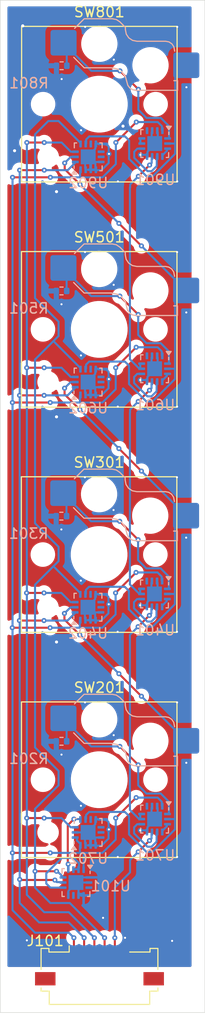
<source format=kicad_pcb>
(kicad_pcb (version 20240108) (generator "pcbnew") (generator_version "8.0")
  (layers (0 "F.Cu" signal) (31 "B.Cu" signal) (34 "B.Paste" user) (35 "F.Paste" user) (36 "B.SilkS" user "B.Silkscreen") (37 "F.SilkS" user "F.Silkscreen") (38 "B.Mask" user) (39 "F.Mask" user) (44 "Edge.Cuts" user))
  (net 0 "")
  (net 1 "~{Reset}")
  (net 2 "Out")
  (net 3 "GND")
  (net 4 "CLK")
  (net 5 "~{Any}")
  (net 6 "Vcc")
  (net 7 "/SwitchDaisy/SelectorDaisy/In")
  (net 8 "/SwitchDaisy1/SelectorDaisy/In")
  (net 9 "/SwitchDaisy2/SelectorDaisy/In")
  (net 10 "/SwitchDaisy3/SelectorDaisy/In")
  (net 11 "/SwitchDaisy/Select+")
  (net 12 "/SwitchDaisy1/Select+")
  (net 13 "/SwitchDaisy2/Select+")
  (net 14 "/SwitchDaisy3/Select+")
  (net 15 "/SwitchDaisy/Out+")
  (net 16 "Net-(U401-Pad3)")
  (net 17 "Net-(U401-Pad5)")
  (net 18 "/SwitchDaisy1/Out+")
  (net 23 "Net-(U601-Pad3)")
  (net 24 "/SwitchDaisy2/Out+")
  (net 25 "Net-(U601-Pad5)")
  (net 30 "Net-(U701-Pad5)")
  (net 31 "Net-(U701-Pad3)")
  (net 36 "Net-(U901-Pad5)")
  (net 38 "/SwitchDaisy3/Out+")
  (net 39 "Net-(U901-Pad3)")
  (net 43 "/SwitchDaisy/~{Init}")
  (net 44 "Net-(U101-Pad12)")
  (footprint "PCM_Switch_Keyboard_Hotswap_Kailh:SW_Hotswap_Kailh_Choc_V1V2_1.00u" (layer "F.Cu") (at 111.8625 123.5565)
    (property "Reference" "SW301" (at 0 -9 0) (layer "F.SilkS"))
    (property "Value" "SW_Push")
    (pad "" np_thru_hole circle (at -5.5 0) (size 1.9 1.9) (drill 1.9) (layers "*.Cu" "*.Mask"))
    (pad "" np_thru_hole circle (at -5 5.15) (size 1.6 1.6) (drill 1.6) (layers "*.Cu" "*.Mask"))
    (pad "" np_thru_hole circle (at 0 -5.9) (size 3.05 3.05) (drill 3.05) (layers "*.Cu" "*.Mask"))
    (pad "" np_thru_hole circle (at 0 0) (size 5.05 5.05) (drill 5.05) (layers "*.Cu" "*.Mask"))
    (pad "" np_thru_hole circle (at 5 -3.8) (size 3.05 3.05) (drill 3.05) (layers "*.Cu" "*.Mask"))
    (pad "" np_thru_hole circle (at 5.5 0) (size 1.9 1.9) (drill 1.9) (layers "*.Cu" "*.Mask"))
    (pad "1" smd roundrect (at -3.5 -6) (size 2.55 2.5) (layers "B.Cu" "B.Paste" "B.Mask") (roundrect_rratio 0.1) (net 8 "/SwitchDaisy1/SelectorDaisy/In"))
    (pad "2" smd roundrect (at 8.5 -3.8) (size 2.55 2.5) (layers "B.Cu" "B.Paste" "B.Mask") (roundrect_rratio 0.1) (net 12 "/SwitchDaisy1/Select+"))
  )
  (footprint "Connector_FFC-FPC:Molex_200528-0060_1x06-1MP_P1.00mm_Horizontal" (layer "F.Cu") (at 111.9 163.21)
    (property "Reference" "J101" (at -5.3 -1.91 0) (layer "F.SilkS"))
    (property "Value" "Conn_01x06")
    (pad "1" smd rect (at -2.5 -0.91) (size 0.4 1) (layers "F.Cu" "F.Paste" "F.Mask") (net 6 "Vcc"))
    (pad "2" smd rect (at -1.5 -0.91) (size 0.4 1) (layers "F.Cu" "F.Paste" "F.Mask") (net 1 "~{Reset}"))
    (pad "3" smd rect (at -0.5 -0.91) (size 0.4 1) (layers "F.Cu" "F.Paste" "F.Mask") (net 4 "CLK"))
    (pad "4" smd rect (at 0.5 -0.91) (size 0.4 1) (layers "F.Cu" "F.Paste" "F.Mask") (net 5 "~{Any}"))
    (pad "5" smd rect (at 1.5 -0.91) (size 0.4 1) (layers "F.Cu" "F.Paste" "F.Mask") (net 2 "Out"))
    (pad "6" smd rect (at 2.5 -0.91) (size 0.4 1) (layers "F.Cu" "F.Paste" "F.Mask") (net 3 "GND"))
    (pad "MP" smd rect (at -5.3 1.79) (size 2 1.3) (layers "F.Cu" "F.Paste" "F.Mask"))
    (pad "MP" smd rect (at 5.3 1.79) (size 2 1.3) (layers "F.Cu" "F.Paste" "F.Mask"))
  )
  (footprint "PCM_Switch_Keyboard_Hotswap_Kailh:SW_Hotswap_Kailh_Choc_V1V2_1.00u" (layer "F.Cu") (at 111.875 145.554)
    (property "Reference" "SW201" (at 0 -9 0) (layer "F.SilkS"))
    (property "Value" "SW_Push")
    (pad "" np_thru_hole circle (at -5.5 0) (size 1.9 1.9) (drill 1.9) (layers "*.Cu" "*.Mask"))
    (pad "" np_thru_hole circle (at -5 5.15) (size 1.6 1.6) (drill 1.6) (layers "*.Cu" "*.Mask"))
    (pad "" np_thru_hole circle (at 0 -5.9) (size 3.05 3.05) (drill 3.05) (layers "*.Cu" "*.Mask"))
    (pad "" np_thru_hole circle (at 0 0) (size 5.05 5.05) (drill 5.05) (layers "*.Cu" "*.Mask"))
    (pad "" np_thru_hole circle (at 5 -3.8) (size 3.05 3.05) (drill 3.05) (layers "*.Cu" "*.Mask"))
    (pad "" np_thru_hole circle (at 5.5 0) (size 1.9 1.9) (drill 1.9) (layers "*.Cu" "*.Mask"))
    (pad "1" smd roundrect (at -3.5 -6) (size 2.55 2.5) (layers "B.Cu" "B.Paste" "B.Mask") (roundrect_rratio 0.1) (net 7 "/SwitchDaisy/SelectorDaisy/In"))
    (pad "2" smd roundrect (at 8.5 -3.8) (size 2.55 2.5) (layers "B.Cu" "B.Paste" "B.Mask") (roundrect_rratio 0.1) (net 11 "/SwitchDaisy/Select+"))
  )
  (footprint "PCM_Switch_Keyboard_Hotswap_Kailh:SW_Hotswap_Kailh_Choc_V1V2_1.00u" (layer "F.Cu") (at 111.8875 79.552)
    (property "Reference" "SW801" (at 0 -9 0) (layer "F.SilkS"))
    (property "Value" "SW_Push")
    (pad "" np_thru_hole circle (at -5.5 0) (size 1.9 1.9) (drill 1.9) (layers "*.Cu" "*.Mask"))
    (pad "" np_thru_hole circle (at -5 5.15) (size 1.6 1.6) (drill 1.6) (layers "*.Cu" "*.Mask"))
    (pad "" np_thru_hole circle (at 0 -5.9) (size 3.05 3.05) (drill 3.05) (layers "*.Cu" "*.Mask"))
    (pad "" np_thru_hole circle (at 0 0) (size 5.05 5.05) (drill 5.05) (layers "*.Cu" "*.Mask"))
    (pad "" np_thru_hole circle (at 5 -3.8) (size 3.05 3.05) (drill 3.05) (layers "*.Cu" "*.Mask"))
    (pad "" np_thru_hole circle (at 5.5 0) (size 1.9 1.9) (drill 1.9) (layers "*.Cu" "*.Mask"))
    (pad "1" smd roundrect (at -3.5 -6) (size 2.55 2.5) (layers "B.Cu" "B.Paste" "B.Mask") (roundrect_rratio 0.1) (net 10 "/SwitchDaisy3/SelectorDaisy/In"))
    (pad "2" smd roundrect (at 8.5 -3.8) (size 2.55 2.5) (layers "B.Cu" "B.Paste" "B.Mask") (roundrect_rratio 0.1) (net 14 "/SwitchDaisy3/Select+"))
  )
  (footprint "PCM_Switch_Keyboard_Hotswap_Kailh:SW_Hotswap_Kailh_Choc_V1V2_1.00u" (layer "F.Cu") (at 111.875 101.5545)
    (property "Reference" "SW501" (at 0 -9 0) (layer "F.SilkS"))
    (property "Value" "SW_Push")
    (pad "" np_thru_hole circle (at -5.5 0) (size 1.9 1.9) (drill 1.9) (layers "*.Cu" "*.Mask"))
    (pad "" np_thru_hole circle (at -5 5.15) (size 1.6 1.6) (drill 1.6) (layers "*.Cu" "*.Mask"))
    (pad "" np_thru_hole circle (at 0 -5.9) (size 3.05 3.05) (drill 3.05) (layers "*.Cu" "*.Mask"))
    (pad "" np_thru_hole circle (at 0 0) (size 5.05 5.05) (drill 5.05) (layers "*.Cu" "*.Mask"))
    (pad "" np_thru_hole circle (at 5 -3.8) (size 3.05 3.05) (drill 3.05) (layers "*.Cu" "*.Mask"))
    (pad "" np_thru_hole circle (at 5.5 0) (size 1.9 1.9) (drill 1.9) (layers "*.Cu" "*.Mask"))
    (pad "1" smd roundrect (at -3.5 -6) (size 2.55 2.5) (layers "B.Cu" "B.Paste" "B.Mask") (roundrect_rratio 0.1) (net 9 "/SwitchDaisy2/SelectorDaisy/In"))
    (pad "2" smd roundrect (at 8.5 -3.8) (size 2.55 2.5) (layers "B.Cu" "B.Paste" "B.Mask") (roundrect_rratio 0.1) (net 13 "/SwitchDaisy2/Select+"))
  )
  (footprint "Package_DFN_QFN:WQFN-14-1EP_2.5x2.5mm_P0.5mm_EP1.45x1.45mm" (layer "B.Cu") (at 110.8 84.7)
    (property "Reference" "U902" (at 0 2.55 0) (layer "B.SilkS") (effects (justify mirror)))
    (property "Value" "74HC74")
    (pad "1" smd roundrect (at -1.2625 0.5) (size 0.675 0.25) (layers "B.Cu" "B.Paste" "B.Mask") (net 1 "~{Reset}"))
    (pad "2" smd roundrect (at -1.2625 0) (size 0.675 0.25) (layers "B.Cu" "B.Paste" "B.Mask") (net 13 "/SwitchDaisy2/Select+"))
    (pad "3" smd roundrect (at -1.2625 -0.5) (size 0.675 0.25) (layers "B.Cu" "B.Paste" "B.Mask") (net 4 "CLK"))
    (pad "4" smd roundrect (at -0.75 -1.2625) (size 0.25 0.675) (layers "B.Cu" "B.Paste" "B.Mask") (net 5 "~{Any}"))
    (pad "5" smd roundrect (at -0.25 -1.2625) (size 0.25 0.675) (layers "B.Cu" "B.Paste" "B.Mask") (net 14 "/SwitchDaisy3/Select+"))
    (pad "6" smd roundrect (at 0.25 -1.2625) (size 0.25 0.675) (layers "B.Cu" "B.Paste" "B.Mask"))
    (pad "7" smd roundrect (at 0.75 -1.2625) (size 0.25 0.675) (layers "B.Cu" "B.Paste" "B.Mask") (net 3 "GND"))
    (pad "8" smd roundrect (at 1.2625 -0.5) (size 0.675 0.25) (layers "B.Cu" "B.Paste" "B.Mask"))
    (pad "9" smd roundrect (at 1.2625 0) (size 0.675 0.25) (layers "B.Cu" "B.Paste" "B.Mask"))
    (pad "10" smd roundrect (at 1.2625 0.5) (size 0.675 0.25) (layers "B.Cu" "B.Paste" "B.Mask") (net 3 "GND"))
    (pad "11" smd roundrect (at 0.75 1.2625) (size 0.25 0.675) (layers "B.Cu" "B.Paste" "B.Mask") (net 3 "GND"))
    (pad "12" smd roundrect (at 0.25 1.2625) (size 0.25 0.675) (layers "B.Cu" "B.Paste" "B.Mask") (net 3 "GND"))
    (pad "13" smd roundrect (at -0.25 1.2625) (size 0.25 0.675) (layers "B.Cu" "B.Paste" "B.Mask") (net 3 "GND"))
    (pad "14" smd roundrect (at -0.75 1.2625) (size 0.25 0.675) (layers "B.Cu" "B.Paste" "B.Mask") (net 6 "Vcc"))
    (pad "15" smd rect (at 0 0) (size 1.45 1.45) (property pad_prop_heatsink) (layers "B.Cu" "B.Mask") (net 3 "GND"))
  )
  (footprint "Resistor_SMD:R_0402_1005Metric" (layer "B.Cu") (at 108.1875 97.8025 180)
    (property "Reference" "R501" (at 3.2 -1.7 0) (layer "B.SilkS") (effects (justify mirror)))
    (property "Value" "40k")
    (pad "1" smd roundrect (at -0.51 0 180) (size 0.54 0.64) (layers "B.Cu" "B.Paste" "B.Mask") (net 9 "/SwitchDaisy2/SelectorDaisy/In"))
    (pad "2" smd roundrect (at 0.51 0 180) (size 0.54 0.64) (layers "B.Cu" "B.Paste" "B.Mask") (net 3 "GND"))
  )
  (footprint "Package_DFN_QFN:WQFN-14-1EP_2.5x2.5mm_P0.5mm_EP1.45x1.45mm" (layer "B.Cu") (at 110.775 128.7045)
    (property "Reference" "U402" (at 0 2.55 0) (layer "B.SilkS") (effects (justify mirror)))
    (property "Value" "74HC74")
    (pad "1" smd roundrect (at -1.2625 0.5) (size 0.675 0.25) (layers "B.Cu" "B.Paste" "B.Mask") (net 1 "~{Reset}"))
    (pad "2" smd roundrect (at -1.2625 0) (size 0.675 0.25) (layers "B.Cu" "B.Paste" "B.Mask") (net 11 "/SwitchDaisy/Select+"))
    (pad "3" smd roundrect (at -1.2625 -0.5) (size 0.675 0.25) (layers "B.Cu" "B.Paste" "B.Mask") (net 4 "CLK"))
    (pad "4" smd roundrect (at -0.75 -1.2625) (size 0.25 0.675) (layers "B.Cu" "B.Paste" "B.Mask") (net 5 "~{Any}"))
    (pad "5" smd roundrect (at -0.25 -1.2625) (size 0.25 0.675) (layers "B.Cu" "B.Paste" "B.Mask") (net 12 "/SwitchDaisy1/Select+"))
    (pad "6" smd roundrect (at 0.25 -1.2625) (size 0.25 0.675) (layers "B.Cu" "B.Paste" "B.Mask"))
    (pad "7" smd roundrect (at 0.75 -1.2625) (size 0.25 0.675) (layers "B.Cu" "B.Paste" "B.Mask") (net 3 "GND"))
    (pad "8" smd roundrect (at 1.2625 -0.5) (size 0.675 0.25) (layers "B.Cu" "B.Paste" "B.Mask"))
    (pad "9" smd roundrect (at 1.2625 0) (size 0.675 0.25) (layers "B.Cu" "B.Paste" "B.Mask"))
    (pad "10" smd roundrect (at 1.2625 0.5) (size 0.675 0.25) (layers "B.Cu" "B.Paste" "B.Mask") (net 3 "GND"))
    (pad "11" smd roundrect (at 0.75 1.2625) (size 0.25 0.675) (layers "B.Cu" "B.Paste" "B.Mask") (net 3 "GND"))
    (pad "12" smd roundrect (at 0.25 1.2625) (size 0.25 0.675) (layers "B.Cu" "B.Paste" "B.Mask") (net 3 "GND"))
    (pad "13" smd roundrect (at -0.25 1.2625) (size 0.25 0.675) (layers "B.Cu" "B.Paste" "B.Mask") (net 3 "GND"))
    (pad "14" smd roundrect (at -0.75 1.2625) (size 0.25 0.675) (layers "B.Cu" "B.Paste" "B.Mask") (net 6 "Vcc"))
    (pad "15" smd rect (at 0 0) (size 1.45 1.45) (property pad_prop_heatsink) (layers "B.Cu" "B.Mask") (net 3 "GND"))
  )
  (footprint "Resistor_SMD:R_0402_1005Metric" (layer "B.Cu") (at 108.175 119.8045 180)
    (property "Reference" "R301" (at 3.2 -1.7 0) (layer "B.SilkS") (effects (justify mirror)))
    (property "Value" "40k")
    (pad "1" smd roundrect (at -0.51 0 180) (size 0.54 0.64) (layers "B.Cu" "B.Paste" "B.Mask") (net 8 "/SwitchDaisy1/SelectorDaisy/In"))
    (pad "2" smd roundrect (at 0.51 0 180) (size 0.54 0.64) (layers "B.Cu" "B.Paste" "B.Mask") (net 3 "GND"))
  )
  (footprint "Package_DFN_QFN:WQFN-14-1EP_2.5x2.5mm_P0.5mm_EP1.45x1.45mm" (layer "B.Cu") (at 117.3 83.4 180)
    (property "Reference" "U901" (at -0.06 -3.54 0) (layer "B.SilkS") (effects (justify mirror)))
    (property "Value" "74HC00")
    (pad "1" smd roundrect (at -1.2625 0.5 180) (size 0.675 0.25) (layers "B.Cu" "B.Paste" "B.Mask") (net 10 "/SwitchDaisy3/SelectorDaisy/In"))
    (pad "2" smd roundrect (at -1.2625 0 180) (size 0.675 0.25) (layers "B.Cu" "B.Paste" "B.Mask") (net 14 "/SwitchDaisy3/Select+"))
    (pad "3" smd roundrect (at -1.2625 -0.5 180) (size 0.675 0.25) (layers "B.Cu" "B.Paste" "B.Mask") (net 39 "Net-(U901-Pad3)"))
    (pad "4" smd roundrect (at -0.75 -1.2625 180) (size 0.25 0.675) (layers "B.Cu" "B.Paste" "B.Mask") (net 39 "Net-(U901-Pad3)"))
    (pad "5" smd roundrect (at -0.25 -1.2625 180) (size 0.25 0.675) (layers "B.Cu" "B.Paste" "B.Mask") (net 36 "Net-(U901-Pad5)"))
    (pad "6" smd roundrect (at 0.25 -1.2625 180) (size 0.25 0.675) (layers "B.Cu" "B.Paste" "B.Mask") (net 24 "/SwitchDaisy2/Out+"))
    (pad "7" smd roundrect (at 0.75 -1.2625 180) (size 0.25 0.675) (layers "B.Cu" "B.Paste" "B.Mask") (net 3 "GND"))
    (pad "8" smd roundrect (at 1.2625 -0.5 180) (size 0.675 0.25) (layers "B.Cu" "B.Paste" "B.Mask") (net 36 "Net-(U901-Pad5)"))
    (pad "9" smd roundrect (at 1.2625 0 180) (size 0.675 0.25) (layers "B.Cu" "B.Paste" "B.Mask") (net 38 "/SwitchDaisy3/Out+"))
    (pad "10" smd roundrect (at 1.2625 0.5 180) (size 0.675 0.25) (layers "B.Cu" "B.Paste" "B.Mask") (net 38 "/SwitchDaisy3/Out+"))
    (pad "11" smd roundrect (at 0.75 1.2625 180) (size 0.25 0.675) (layers "B.Cu" "B.Paste" "B.Mask"))
    (pad "12" smd roundrect (at 0.25 1.2625 180) (size 0.25 0.675) (layers "B.Cu" "B.Paste" "B.Mask") (net 3 "GND"))
    (pad "13" smd roundrect (at -0.25 1.2625 180) (size 0.25 0.675) (layers "B.Cu" "B.Paste" "B.Mask") (net 3 "GND"))
    (pad "14" smd roundrect (at -0.75 1.2625 180) (size 0.25 0.675) (layers "B.Cu" "B.Paste" "B.Mask") (net 6 "Vcc"))
    (pad "15" smd rect (at 0 0 180) (size 1.45 1.45) (property pad_prop_heatsink) (layers "B.Cu" "B.Mask") (net 3 "GND"))
  )
  (footprint "Resistor_SMD:R_0402_1005Metric" (layer "B.Cu") (at 108.1875 141.802 180)
    (property "Reference" "R201" (at 3.2 -1.7 0) (layer "B.SilkS") (effects (justify mirror)))
    (property "Value" "40k")
    (pad "1" smd roundrect (at -0.51 0 180) (size 0.54 0.64) (layers "B.Cu" "B.Paste" "B.Mask") (net 7 "/SwitchDaisy/SelectorDaisy/In"))
    (pad "2" smd roundrect (at 0.51 0 180) (size 0.54 0.64) (layers "B.Cu" "B.Paste" "B.Mask") (net 3 "GND"))
  )
  (footprint "Package_DFN_QFN:WQFN-14-1EP_2.5x2.5mm_P0.5mm_EP1.45x1.45mm" (layer "B.Cu") (at 117.275 127.4045 180)
    (property "Reference" "U401" (at -0.06 -3.54 0) (layer "B.SilkS") (effects (justify mirror)))
    (property "Value" "74HC00")
    (pad "1" smd roundrect (at -1.2625 0.5 180) (size 0.675 0.25) (layers "B.Cu" "B.Paste" "B.Mask") (net 8 "/SwitchDaisy1/SelectorDaisy/In"))
    (pad "2" smd roundrect (at -1.2625 0 180) (size 0.675 0.25) (layers "B.Cu" "B.Paste" "B.Mask") (net 12 "/SwitchDaisy1/Select+"))
    (pad "3" smd roundrect (at -1.2625 -0.5 180) (size 0.675 0.25) (layers "B.Cu" "B.Paste" "B.Mask") (net 16 "Net-(U401-Pad3)"))
    (pad "4" smd roundrect (at -0.75 -1.2625 180) (size 0.25 0.675) (layers "B.Cu" "B.Paste" "B.Mask") (net 16 "Net-(U401-Pad3)"))
    (pad "5" smd roundrect (at -0.25 -1.2625 180) (size 0.25 0.675) (layers "B.Cu" "B.Paste" "B.Mask") (net 17 "Net-(U401-Pad5)"))
    (pad "6" smd roundrect (at 0.25 -1.2625 180) (size 0.25 0.675) (layers "B.Cu" "B.Paste" "B.Mask") (net 15 "/SwitchDaisy/Out+"))
    (pad "7" smd roundrect (at 0.75 -1.2625 180) (size 0.25 0.675) (layers "B.Cu" "B.Paste" "B.Mask") (net 3 "GND"))
    (pad "8" smd roundrect (at 1.2625 -0.5 180) (size 0.675 0.25) (layers "B.Cu" "B.Paste" "B.Mask") (net 17 "Net-(U401-Pad5)"))
    (pad "9" smd roundrect (at 1.2625 0 180) (size 0.675 0.25) (layers "B.Cu" "B.Paste" "B.Mask") (net 18 "/SwitchDaisy1/Out+"))
    (pad "10" smd roundrect (at 1.2625 0.5 180) (size 0.675 0.25) (layers "B.Cu" "B.Paste" "B.Mask") (net 18 "/SwitchDaisy1/Out+"))
    (pad "11" smd roundrect (at 0.75 1.2625 180) (size 0.25 0.675) (layers "B.Cu" "B.Paste" "B.Mask"))
    (pad "12" smd roundrect (at 0.25 1.2625 180) (size 0.25 0.675) (layers "B.Cu" "B.Paste" "B.Mask") (net 3 "GND"))
    (pad "13" smd roundrect (at -0.25 1.2625 180) (size 0.25 0.675) (layers "B.Cu" "B.Paste" "B.Mask") (net 3 "GND"))
    (pad "14" smd roundrect (at -0.75 1.2625 180) (size 0.25 0.675) (layers "B.Cu" "B.Paste" "B.Mask") (net 6 "Vcc"))
    (pad "15" smd rect (at 0 0 180) (size 1.45 1.45) (property pad_prop_heatsink) (layers "B.Cu" "B.Mask") (net 3 "GND"))
  )
  (footprint "Package_DFN_QFN:WQFN-14-1EP_2.5x2.5mm_P0.5mm_EP1.45x1.45mm" (layer "B.Cu") (at 110.7875 106.7025)
    (property "Reference" "U602" (at 0 2.55 0) (layer "B.SilkS") (effects (justify mirror)))
    (property "Value" "74HC74")
    (pad "1" smd roundrect (at -1.2625 0.5) (size 0.675 0.25) (layers "B.Cu" "B.Paste" "B.Mask") (net 1 "~{Reset}"))
    (pad "2" smd roundrect (at -1.2625 0) (size 0.675 0.25) (layers "B.Cu" "B.Paste" "B.Mask") (net 12 "/SwitchDaisy1/Select+"))
    (pad "3" smd roundrect (at -1.2625 -0.5) (size 0.675 0.25) (layers "B.Cu" "B.Paste" "B.Mask") (net 4 "CLK"))
    (pad "4" smd roundrect (at -0.75 -1.2625) (size 0.25 0.675) (layers "B.Cu" "B.Paste" "B.Mask") (net 5 "~{Any}"))
    (pad "5" smd roundrect (at -0.25 -1.2625) (size 0.25 0.675) (layers "B.Cu" "B.Paste" "B.Mask") (net 13 "/SwitchDaisy2/Select+"))
    (pad "6" smd roundrect (at 0.25 -1.2625) (size 0.25 0.675) (layers "B.Cu" "B.Paste" "B.Mask"))
    (pad "7" smd roundrect (at 0.75 -1.2625) (size 0.25 0.675) (layers "B.Cu" "B.Paste" "B.Mask") (net 3 "GND"))
    (pad "8" smd roundrect (at 1.2625 -0.5) (size 0.675 0.25) (layers "B.Cu" "B.Paste" "B.Mask"))
    (pad "9" smd roundrect (at 1.2625 0) (size 0.675 0.25) (layers "B.Cu" "B.Paste" "B.Mask"))
    (pad "10" smd roundrect (at 1.2625 0.5) (size 0.675 0.25) (layers "B.Cu" "B.Paste" "B.Mask") (net 3 "GND"))
    (pad "11" smd roundrect (at 0.75 1.2625) (size 0.25 0.675) (layers "B.Cu" "B.Paste" "B.Mask") (net 3 "GND"))
    (pad "12" smd roundrect (at 0.25 1.2625) (size 0.25 0.675) (layers "B.Cu" "B.Paste" "B.Mask") (net 3 "GND"))
    (pad "13" smd roundrect (at -0.25 1.2625) (size 0.25 0.675) (layers "B.Cu" "B.Paste" "B.Mask") (net 3 "GND"))
    (pad "14" smd roundrect (at -0.75 1.2625) (size 0.25 0.675) (layers "B.Cu" "B.Paste" "B.Mask") (net 6 "Vcc"))
    (pad "15" smd rect (at 0 0) (size 1.45 1.45) (property pad_prop_heatsink) (layers "B.Cu" "B.Mask") (net 3 "GND"))
  )
  (footprint "Package_DFN_QFN:WQFN-14-1EP_2.5x2.5mm_P0.5mm_EP1.45x1.45mm" (layer "B.Cu") (at 109.6 155.6 180)
    (property "Reference" "U101" (at -3.4 -0.35 0) (layer "B.SilkS") (effects (justify mirror)))
    (property "Value" "74HC00")
    (pad "1" smd roundrect (at -1.2625 0.5 180) (size 0.675 0.25) (layers "B.Cu" "B.Paste" "B.Mask") (net 3 "GND"))
    (pad "2" smd roundrect (at -1.2625 0 180) (size 0.675 0.25) (layers "B.Cu" "B.Paste" "B.Mask") (net 3 "GND"))
    (pad "3" smd roundrect (at -1.2625 -0.5 180) (size 0.675 0.25) (layers "B.Cu" "B.Paste" "B.Mask"))
    (pad "4" smd roundrect (at -0.75 -1.2625 180) (size 0.25 0.675) (layers "B.Cu" "B.Paste" "B.Mask") (net 3 "GND"))
    (pad "5" smd roundrect (at -0.25 -1.2625 180) (size 0.25 0.675) (layers "B.Cu" "B.Paste" "B.Mask") (net 3 "GND"))
    (pad "6" smd roundrect (at 0.25 -1.2625 180) (size 0.25 0.675) (layers "B.Cu" "B.Paste" "B.Mask"))
    (pad "7" smd roundrect (at 0.75 -1.2625 180) (size 0.25 0.675) (layers "B.Cu" "B.Paste" "B.Mask") (net 3 "GND"))
    (pad "8" smd roundrect (at 1.2625 -0.5 180) (size 0.675 0.25) (layers "B.Cu" "B.Paste" "B.Mask") (net 44 "Net-(U101-Pad12)"))
    (pad "9" smd roundrect (at 1.2625 0 180) (size 0.675 0.25) (layers "B.Cu" "B.Paste" "B.Mask") (net 1 "~{Reset}"))
    (pad "10" smd roundrect (at 1.2625 0.5 180) (size 0.675 0.25) (layers "B.Cu" "B.Paste" "B.Mask") (net 5 "~{Any}"))
    (pad "11" smd roundrect (at 0.75 1.2625 180) (size 0.25 0.675) (layers "B.Cu" "B.Paste" "B.Mask") (net 43 "/SwitchDaisy/~{Init}"))
    (pad "12" smd roundrect (at 0.25 1.2625 180) (size 0.25 0.675) (layers "B.Cu" "B.Paste" "B.Mask") (net 44 "Net-(U101-Pad12)"))
    (pad "13" smd roundrect (at -0.25 1.2625 180) (size 0.25 0.675) (layers "B.Cu" "B.Paste" "B.Mask") (net 44 "Net-(U101-Pad12)"))
    (pad "14" smd roundrect (at -0.75 1.2625 180) (size 0.25 0.675) (layers "B.Cu" "B.Paste" "B.Mask") (net 6 "Vcc"))
    (pad "15" smd rect (at 0 0 180) (size 1.45 1.45) (property pad_prop_heatsink) (layers "B.Cu" "B.Mask") (net 3 "GND"))
  )
  (footprint "Resistor_SMD:R_0402_1005Metric" (layer "B.Cu") (at 108.2 75.8 180)
    (property "Reference" "R801" (at 3.2 -1.7 0) (layer "B.SilkS") (effects (justify mirror)))
    (property "Value" "40k")
    (pad "1" smd roundrect (at -0.51 0 180) (size 0.54 0.64) (layers "B.Cu" "B.Paste" "B.Mask") (net 10 "/SwitchDaisy3/SelectorDaisy/In"))
    (pad "2" smd roundrect (at 0.51 0 180) (size 0.54 0.64) (layers "B.Cu" "B.Paste" "B.Mask") (net 3 "GND"))
  )
  (footprint "Package_DFN_QFN:WQFN-14-1EP_2.5x2.5mm_P0.5mm_EP1.45x1.45mm" (layer "B.Cu") (at 117.2875 105.4025 180)
    (property "Reference" "U601" (at -0.06 -3.54 0) (layer "B.SilkS") (effects (justify mirror)))
    (property "Value" "74HC00")
    (pad "1" smd roundrect (at -1.2625 0.5 180) (size 0.675 0.25) (layers "B.Cu" "B.Paste" "B.Mask") (net 9 "/SwitchDaisy2/SelectorDaisy/In"))
    (pad "2" smd roundrect (at -1.2625 0 180) (size 0.675 0.25) (layers "B.Cu" "B.Paste" "B.Mask") (net 13 "/SwitchDaisy2/Select+"))
    (pad "3" smd roundrect (at -1.2625 -0.5 180) (size 0.675 0.25) (layers "B.Cu" "B.Paste" "B.Mask") (net 23 "Net-(U601-Pad3)"))
    (pad "4" smd roundrect (at -0.75 -1.2625 180) (size 0.25 0.675) (layers "B.Cu" "B.Paste" "B.Mask") (net 23 "Net-(U601-Pad3)"))
    (pad "5" smd roundrect (at -0.25 -1.2625 180) (size 0.25 0.675) (layers "B.Cu" "B.Paste" "B.Mask") (net 25 "Net-(U601-Pad5)"))
    (pad "6" smd roundrect (at 0.25 -1.2625 180) (size 0.25 0.675) (layers "B.Cu" "B.Paste" "B.Mask") (net 18 "/SwitchDaisy1/Out+"))
    (pad "7" smd roundrect (at 0.75 -1.2625 180) (size 0.25 0.675) (layers "B.Cu" "B.Paste" "B.Mask") (net 3 "GND"))
    (pad "8" smd roundrect (at 1.2625 -0.5 180) (size 0.675 0.25) (layers "B.Cu" "B.Paste" "B.Mask") (net 25 "Net-(U601-Pad5)"))
    (pad "9" smd roundrect (at 1.2625 0 180) (size 0.675 0.25) (layers "B.Cu" "B.Paste" "B.Mask") (net 24 "/SwitchDaisy2/Out+"))
    (pad "10" smd roundrect (at 1.2625 0.5 180) (size 0.675 0.25) (layers "B.Cu" "B.Paste" "B.Mask") (net 24 "/SwitchDaisy2/Out+"))
    (pad "11" smd roundrect (at 0.75 1.2625 180) (size 0.25 0.675) (layers "B.Cu" "B.Paste" "B.Mask"))
    (pad "12" smd roundrect (at 0.25 1.2625 180) (size 0.25 0.675) (layers "B.Cu" "B.Paste" "B.Mask") (net 3 "GND"))
    (pad "13" smd roundrect (at -0.25 1.2625 180) (size 0.25 0.675) (layers "B.Cu" "B.Paste" "B.Mask") (net 3 "GND"))
    (pad "14" smd roundrect (at -0.75 1.2625 180) (size 0.25 0.675) (layers "B.Cu" "B.Paste" "B.Mask") (net 6 "Vcc"))
    (pad "15" smd rect (at 0 0 180) (size 1.45 1.45) (property pad_prop_heatsink) (layers "B.Cu" "B.Mask") (net 3 "GND"))
  )
  (footprint "Package_DFN_QFN:WQFN-14-1EP_2.5x2.5mm_P0.5mm_EP1.45x1.45mm" (layer "B.Cu") (at 117.2875 149.402 180)
    (property "Reference" "U701" (at -0.06 -3.54 0) (layer "B.SilkS") (effects (justify mirror)))
    (property "Value" "74HC00")
    (pad "1" smd roundrect (at -1.2625 0.5 180) (size 0.675 0.25) (layers "B.Cu" "B.Paste" "B.Mask") (net 7 "/SwitchDaisy/SelectorDaisy/In"))
    (pad "2" smd roundrect (at -1.2625 0 180) (size 0.675 0.25) (layers "B.Cu" "B.Paste" "B.Mask") (net 11 "/SwitchDaisy/Select+"))
    (pad "3" smd roundrect (at -1.2625 -0.5 180) (size 0.675 0.25) (layers "B.Cu" "B.Paste" "B.Mask") (net 31 "Net-(U701-Pad3)"))
    (pad "4" smd roundrect (at -0.75 -1.2625 180) (size 0.25 0.675) (layers "B.Cu" "B.Paste" "B.Mask") (net 31 "Net-(U701-Pad3)"))
    (pad "5" smd roundrect (at -0.25 -1.2625 180) (size 0.25 0.675) (layers "B.Cu" "B.Paste" "B.Mask") (net 30 "Net-(U701-Pad5)"))
    (pad "6" smd roundrect (at 0.25 -1.2625 180) (size 0.25 0.675) (layers "B.Cu" "B.Paste" "B.Mask") (net 2 "Out"))
    (pad "7" smd roundrect (at 0.75 -1.2625 180) (size 0.25 0.675) (layers "B.Cu" "B.Paste" "B.Mask") (net 3 "GND"))
    (pad "8" smd roundrect (at 1.2625 -0.5 180) (size 0.675 0.25) (layers "B.Cu" "B.Paste" "B.Mask") (net 30 "Net-(U701-Pad5)"))
    (pad "9" smd roundrect (at 1.2625 0 180) (size 0.675 0.25) (layers "B.Cu" "B.Paste" "B.Mask") (net 15 "/SwitchDaisy/Out+"))
    (pad "10" smd roundrect (at 1.2625 0.5 180) (size 0.675 0.25) (layers "B.Cu" "B.Paste" "B.Mask") (net 15 "/SwitchDaisy/Out+"))
    (pad "11" smd roundrect (at 0.75 1.2625 180) (size 0.25 0.675) (layers "B.Cu" "B.Paste" "B.Mask"))
    (pad "12" smd roundrect (at 0.25 1.2625 180) (size 0.25 0.675) (layers "B.Cu" "B.Paste" "B.Mask") (net 3 "GND"))
    (pad "13" smd roundrect (at -0.25 1.2625 180) (size 0.25 0.675) (layers "B.Cu" "B.Paste" "B.Mask") (net 3 "GND"))
    (pad "14" smd roundrect (at -0.75 1.2625 180) (size 0.25 0.675) (layers "B.Cu" "B.Paste" "B.Mask") (net 6 "Vcc"))
    (pad "15" smd rect (at 0 0 180) (size 1.45 1.45) (property pad_prop_heatsink) (layers "B.Cu" "B.Mask") (net 3 "GND"))
  )
  (footprint "Package_DFN_QFN:WQFN-14-1EP_2.5x2.5mm_P0.5mm_EP1.45x1.45mm" (layer "B.Cu") (at 110.7875 150.702)
    (property "Reference" "U702" (at 0 2.55 0) (layer "B.SilkS") (effects (justify mirror)))
    (property "Value" "74HC74")
    (pad "1" smd roundrect (at -1.2625 0.5) (size 0.675 0.25) (layers "B.Cu" "B.Paste" "B.Mask") (net 6 "Vcc"))
    (pad "2" smd roundrect (at -1.2625 0) (size 0.675 0.25) (layers "B.Cu" "B.Paste" "B.Mask") (net 3 "GND"))
    (pad "3" smd roundrect (at -1.2625 -0.5) (size 0.675 0.25) (layers "B.Cu" "B.Paste" "B.Mask") (net 4 "CLK"))
    (pad "4" smd roundrect (at -0.75 -1.2625) (size 0.25 0.675) (layers "B.Cu" "B.Paste" "B.Mask") (net 43 "/SwitchDaisy/~{Init}"))
    (pad "5" smd roundrect (at -0.25 -1.2625) (size 0.25 0.675) (layers "B.Cu" "B.Paste" "B.Mask") (net 11 "/SwitchDaisy/Select+"))
    (pad "6" smd roundrect (at 0.25 -1.2625) (size 0.25 0.675) (layers "B.Cu" "B.Paste" "B.Mask"))
    (pad "7" smd roundrect (at 0.75 -1.2625) (size 0.25 0.675) (layers "B.Cu" "B.Paste" "B.Mask") (net 3 "GND"))
    (pad "8" smd roundrect (at 1.2625 -0.5) (size 0.675 0.25) (layers "B.Cu" "B.Paste" "B.Mask"))
    (pad "9" smd roundrect (at 1.2625 0) (size 0.675 0.25) (layers "B.Cu" "B.Paste" "B.Mask"))
    (pad "10" smd roundrect (at 1.2625 0.5) (size 0.675 0.25) (layers "B.Cu" "B.Paste" "B.Mask") (net 3 "GND"))
    (pad "11" smd roundrect (at 0.75 1.2625) (size 0.25 0.675) (layers "B.Cu" "B.Paste" "B.Mask") (net 3 "GND"))
    (pad "12" smd roundrect (at 0.25 1.2625) (size 0.25 0.675) (layers "B.Cu" "B.Paste" "B.Mask") (net 3 "GND"))
    (pad "13" smd roundrect (at -0.25 1.2625) (size 0.25 0.675) (layers "B.Cu" "B.Paste" "B.Mask") (net 3 "GND"))
    (pad "14" smd roundrect (at -0.75 1.2625) (size 0.25 0.675) (layers "B.Cu" "B.Paste" "B.Mask") (net 6 "Vcc"))
    (pad "15" smd rect (at 0 0) (size 1.45 1.45) (property pad_prop_heatsink) (layers "B.Cu" "B.Mask") (net 3 "GND"))
  )
  (gr_line (start 113.8 91.2) (end 116 93.4) (stroke (width 0.2)) (layer "F.Cu") (net 13))
  (gr_line (start 113.4 161) (end 113.4 162.1) (stroke (width 0.2)) (layer "F.Cu") (net 2))
  (gr_line (start 115.4875 147.302) (end 113.4875 149.302) (stroke (width 0.2)) (layer "F.Cu") (net 6))
  (gr_line (start 116.775 129.5045) (end 115.675 130.6045) (stroke (width 0.2)) (layer "F.Cu") (net 15))
  (gr_line (start 108.5 85.3) (end 108.5 85.9) (stroke (width 0.2)) (layer "F.Cu") (net 13))
  (gr_line (start 107.1 86.7) (end 103.4 86.7) (stroke (width 0.2)) (layer "F.Cu") (net 6))
  (gr_line (start 106.5 86) (end 104.1 86) (stroke (width 0.2)) (layer "F.Cu") (net 1))
  (gr_line (start 116.8 85.5) (end 115.7 86.6) (stroke (width 0.2)) (layer "F.Cu") (net 24))
  (gr_line (start 110.4 161) (end 110.4 162) (stroke (width 0.2)) (layer "F.Cu") (net 1))
  (gr_line (start 115.4875 103.3025) (end 113.4875 105.3025) (stroke (width 0.2)) (layer "F.Cu") (net 6))
  (gr_line (start 115.5 81.3) (end 113.5 83.3) (stroke (width 0.2)) (layer "F.Cu") (net 6))
  (gr_line (start 106.475 127.3045) (end 104.775 127.3045) (stroke (width 0.2)) (layer "F.Cu") (net 4))
  (gr_line (start 106.4875 149.302) (end 104.7875 149.302) (stroke (width 0.2)) (layer "F.Cu") (net 4))
  (gr_line (start 113.8 113.2) (end 116 115.4) (stroke (width 0.2)) (layer "F.Cu") (net 12))
  (gr_line (start 108.4875 107.9025) (end 109.9875 109.4025) (stroke (width 0.2)) (layer "F.Cu") (net 12))
  (gr_line (start 109.4 161) (end 109.4 162.1) (stroke (width 0.2)) (layer "F.Cu") (net 6))
  (gr_line (start 116.7875 151.502) (end 115.6875 152.602) (stroke (width 0.2)) (layer "F.Cu") (net 2))
  (gr_line (start 108.8 150) (end 108.8 153.8) (stroke (width 0.2)) (layer "F.Cu") (net 43))
  (gr_line (start 108.475 129.3045) (end 108.475 129.9045) (stroke (width 0.2)) (layer "F.Cu") (net 11))
  (gr_line (start 106.475 130.0045) (end 104.075 130.0045) (stroke (width 0.2)) (layer "F.Cu") (net 1))
  (gr_line (start 106.5 83.3) (end 104.8 83.3) (stroke (width 0.2)) (layer "F.Cu") (net 4))
  (gr_line (start 113.8 135.2) (end 116 137.4) (stroke (width 0.2)) (layer "F.Cu") (net 11))
  (gr_line (start 104.1 155.35) (end 107.55 155.35) (stroke (width 0.2)) (layer "F.Cu") (net 1))
  (gr_line (start 108.475 129.9045) (end 109.975 131.4045) (stroke (width 0.2)) (layer "F.Cu") (net 11))
  (gr_line (start 106.4875 108.0025) (end 104.0875 108.0025) (stroke (width 0.2)) (layer "F.Cu") (net 1))
  (gr_line (start 111.4 161) (end 111.4 162.1) (stroke (width 0.2)) (layer "F.Cu") (net 4))
  (gr_line (start 108.5 85.9) (end 110 87.4) (stroke (width 0.2)) (layer "F.Cu") (net 13))
  (gr_line (start 107.075 130.7045) (end 103.375 130.7045) (stroke (width 0.2)) (layer "F.Cu") (net 6))
  (gr_line (start 107.0875 108.7025) (end 103.3875 108.7025) (stroke (width 0.2)) (layer "F.Cu") (net 6))
  (gr_line (start 115.7 78.1) (end 113.9 76.3) (stroke (width 0.2)) (layer "F.Cu") (net 10))
  (gr_line (start 115.675 122.1045) (end 113.875 120.3045) (stroke (width 0.2)) (layer "F.Cu") (net 8))
  (gr_line (start 107.0875 152.702) (end 103.3875 152.702) (stroke (width 0.2)) (layer "F.Cu") (net 6))
  (gr_line (start 107.65 154.5) (end 105.6 154.5) (stroke (width 0.2)) (layer "F.Cu") (net 5))
  (gr_line (start 106.4875 105.3025) (end 104.7875 105.3025) (stroke (width 0.2)) (layer "F.Cu") (net 4))
  (gr_line (start 109.4 149.4) (end 108.8 150) (stroke (width 0.2)) (layer "F.Cu") (net 43))
  (gr_line (start 108.4875 107.3025) (end 108.4875 107.9025) (stroke (width 0.2)) (layer "F.Cu") (net 12))
  (gr_line (start 114.4 161) (end 114.4 162.1) (stroke (width 0.2)) (layer "F.Cu") (net 3))
  (gr_line (start 112.4 161) (end 112.4 162) (stroke (width 0.2)) (layer "F.Cu") (net 5))
  (gr_line (start 115.6875 100.1025) (end 113.8875 98.3025) (stroke (width 0.2)) (layer "F.Cu") (net 9))
  (gr_line (start 115.475 125.3045) (end 113.475 127.3045) (stroke (width 0.2)) (layer "F.Cu") (net 6))
  (gr_line (start 116.7875 107.5025) (end 115.6875 108.6025) (stroke (width 0.2)) (layer "F.Cu") (net 18))
  (gr_line (start 115.6875 144.102) (end 113.8875 142.302) (stroke (width 0.2)) (layer "F.Cu") (net 7))
  (gr_line (start 119.2875 150.402) (end 119.2875 142.302) (stroke (width 0.2)) (layer "B.Cu") (net 11))
  (gr_line (start 118.475 128.1045) (end 118.075 128.5045) (stroke (width 0.2)) (layer "B.Cu") (net 16))
  (gr_line (start 109.0875 106.2025) (end 108.1875 105.3025) (stroke (width 0.2)) (layer "B.Cu") (net 4))
  (gr_line (start 107.9 122.8) (end 107.9 124.2) (stroke (width 0.2)) (layer "B.Cu") (net 5))
  (gr_line (start 116.5875 152.102) (end 116.0875 151.602) (stroke (width 0.2)) (layer "B.Cu") (net 30))
  (gr_line (start 109.1 84.7) (end 108.5 85.3) (stroke (width 0.2)) (layer "B.Cu") (net 13))
  (gr_line (start 109.7 151.5) (end 109.7 151.2) (stroke (width 0.2)) (layer "B.Cu") (net 6))
  (gr_line (start 117.0875 152.602) (end 119.2875 150.402) (stroke (width 0.2)) (layer "B.Cu") (net 11))
  (gr_line (start 114.875 87.6795) (end 114.875 104.475) (stroke (width 0.2)) (layer "B.Cu") (net 24))
  (gr_line (start 113.875 120.3045) (end 111.075 120.3045) (stroke (width 0.2)) (layer "B.Cu") (net 8))
  (gr_line (start 107.7 76.6) (end 108.2 77.1) (stroke (width 0.2)) (layer "B.Cu") (net 3))
  (gr_line (start 117.8875 102.9025) (end 116.4875 102.9025) (stroke (width 0.2)) (layer "B.Cu") (net 9))
  (gr_line (start 116 115.4) (end 119.4 118.8) (stroke (width 0.2)) (layer "B.Cu") (net 12))
  (gr_line (start 117.975 126.1045) (end 117.975 125.7045) (stroke (width 0.2)) (layer "B.Cu") (net 6))
  (gr_line (start 115.8875 106.5025) (end 116.5875 106.5025) (stroke (width 0.2)) (layer "B.Cu") (net 3))
  (gr_line (start 111.4875 152.002) (end 111.4875 151.202) (stroke (width 0.2)) (layer "B.Cu") (net 3))
  (gr_line (start 116.0875 107.6025) (end 115.2875 106.8025) (stroke (width 0.2)) (layer "B.Cu") (net 25))
  (gr_line (start 109.0875 150.202) (end 108.1875 149.302) (stroke (width 0.2)) (layer "B.Cu") (net 4))
  (gr_line (start 112.5 83.4) (end 111.5 83.4) (stroke (width 0.2)) (layer "B.Cu") (net 3))
  (gr_line (start 116.5875 150.202) (end 116.5875 150.702) (stroke (width 0.2)) (layer "B.Cu") (net 3))
  (gr_line (start 111.9 85.2) (end 111.4 85.2) (stroke (width 0.2)) (layer "B.Cu") (net 3))
  (gr_line (start 112.4 161) (end 109 157.6) (stroke (width 0.2)) (layer "B.Cu") (net 5))
  (gr_line (start 108.2 153.2) (end 106.7 154.7) (stroke (width 0.2)) (layer "B.Cu") (net 44))
  (gr_line (start 112.7875 150.402) (end 112.7875 149.702) (stroke (width 0.2)) (layer "B.Cu") (net 3))
  (gr_line (start 117.4875 150.602) (end 117.4875 151.602) (stroke (width 0.2)) (layer "B.Cu") (net 30))
  (gr_line (start 109.4875 150.202) (end 109.0875 150.202) (stroke (width 0.2)) (layer "B.Cu") (net 4))
  (gr_line (start 110.5875 105.4025) (end 110.5875 105.0025) (stroke (width 0.2)) (layer "B.Cu") (net 13))
  (gr_line (start 110.8875 148.702) (end 114.3875 148.702) (stroke (width 0.2)) (layer "B.Cu") (net 11))
  (gr_line (start 115.7 85.8) (end 116.5 86.6) (stroke (width 0.2)) (layer "B.Cu") (net 14))
  (gr_line (start 111.2875 106.1025) (end 111.4875 105.9025) (stroke (width 0.2)) (layer "B.Cu") (net 3))
  (gr_line (start 118.775 127.4045) (end 119.275 127.4045) (stroke (width 0.2)) (layer "B.Cu") (net 12))
  (gr_line (start 114.875 126.475) (end 115.8 127.4) (stroke (width 0.2)) (layer "B.Cu") (net 18))
  (gr_line (start 115.875 128.5045) (end 116.575 128.5045) (stroke (width 0.2)) (layer "B.Cu") (net 3))
  (gr_line (start 116 137.4) (end 119.4 140.8) (stroke (width 0.2)) (layer "B.Cu") (net 11))
  (gr_line (start 110.8875 104.7025) (end 114.3875 104.7025) (stroke (width 0.2)) (layer "B.Cu") (net 13))
  (gr_line (start 117 86.1) (end 116.6 86.1) (stroke (width 0.2)) (layer "B.Cu") (net 36))
  (gr_line (start 116.9875 106.7025) (end 116.9875 107.3025) (stroke (width 0.2)) (layer "B.Cu") (net 18))
  (gr_line (start 115.8875 150.502) (end 116.5875 150.502) (stroke (width 0.2)) (layer "B.Cu") (net 3))
  (gr_line (start 118.6875 147.702) (end 117.8875 146.902) (stroke (width 0.2)) (layer "B.Cu") (net 7))
  (gr_line (start 117.1 86.6) (end 119.3 84.4) (stroke (width 0.2)) (layer "B.Cu") (net 14))
  (gr_line (start 115.6875 146.102) (end 115.6875 144.102) (stroke (width 0.2)) (layer "B.Cu") (net 7))
  (gr_line (start 106.9 81.2) (end 105.6 82.5) (stroke (width 0.2)) (layer "B.Cu") (net 5))
  (gr_line (start 115.2875 150.802) (end 115.2875 150.202) (stroke (width 0.2)) (layer "B.Cu") (net 30))
  (gr_line (start 114.775 127.1045) (end 114.375 126.7045) (stroke (width 0.2)) (layer "B.Cu") (net 12))
  (gr_line (start 110 131.4) (end 113.8 135.2) (stroke (width 0.2)) (layer "B.Cu") (net 11))
  (gr_line (start 115.875 126.9045) (end 115.875 127.4045) (stroke (width 0.2)) (layer "B.Cu") (net 18))
  (gr_line (start 111.4875 105.9025) (end 111.4875 105.4025) (stroke (width 0.2)) (layer "B.Cu") (net 3))
  (gr_line (start 116.6 84.2) (end 116.6 84.7) (stroke (width 0.2)) (layer "B.Cu") (net 3))
  (gr_line (start 107.6875 97.9025) (end 107.6875 98.6025) (stroke (width 0.2)) (layer "B.Cu") (net 3))
  (gr_line (start 104.8 83.3) (end 104.8 156.8) (stroke (width 0.2)) (layer "B.Cu") (net 4))
  (gr_line (start 112.7875 106.4025) (end 112.7875 105.7025) (stroke (width 0.2)) (layer "B.Cu") (net 3))
  (gr_line (start 115.6875 108.6025) (end 114.8875 109.4025) (stroke (width 0.2)) (layer "B.Cu") (net 18))
  (gr_line (start 110.4875 107.8025) (end 110.4875 107.2025) (stroke (width 0.2)) (layer "B.Cu") (net 3))
  (gr_line (start 106.7 155.7) (end 107.1 156.1) (stroke (width 0.2)) (layer "B.Cu") (net 44))
  (gr_line (start 116.1 85.6) (end 115.3 84.8) (stroke (width 0.2)) (layer "B.Cu") (net 36))
  (gr_line (start 109.0875 106.7025) (end 108.4875 107.3025) (stroke (width 0.2)) (layer "B.Cu") (net 12))
  (gr_line (start 112.0875 108.0025) (end 111.4875 108.0025) (stroke (width 0.2)) (layer "B.Cu") (net 3))
  (gr_line (start 107.9 100.8) (end 107.9 102.2) (stroke (width 0.2)) (layer "B.Cu") (net 5))
  (gr_line (start 112.7875 105.7025) (end 112.4875 105.4025) (stroke (width 0.2)) (layer "B.Cu") (net 3))
  (gr_line (start 117.8875 146.902) (end 116.4875 146.902) (stroke (width 0.2)) (layer "B.Cu") (net 7))
  (gr_line (start 118.7 81.7) (end 117.9 80.9) (stroke (width 0.2)) (layer "B.Cu") (net 10))
  (gr_line (start 116.575 130.1045) (end 116.075 129.6045) (stroke (width 0.2)) (layer "B.Cu") (net 17))
  (gr_line (start 110 83.3) (end 107.9 81.2) (stroke (width 0.2)) (layer "B.Cu") (net 5))
  (gr_line (start 115.8875 148.902) (end 115.8875 149.402) (stroke (width 0.2)) (layer "B.Cu") (net 15))
  (gr_line (start 117.475 128.6045) (end 117.475 129.6045) (stroke (width 0.2)) (layer "B.Cu") (net 17))
  (gr_line (start 104.1 86) (end 104.1 157.6) (stroke (width 0.2)) (layer "B.Cu") (net 1))
  (gr_line (start 108.85 156.75) (end 108.85 156.45) (stroke (width 0.2)) (layer "B.Cu") (net 3))
  (gr_line (start 108.2 83.3) (end 106.5 83.3) (stroke (width 0.2)) (layer "B.Cu") (net 4))
  (gr_line (start 112.4875 149.402) (end 111.4875 149.402) (stroke (width 0.2)) (layer "B.Cu") (net 3))
  (gr_line (start 116.075 129.6045) (end 115.275 128.8045) (stroke (width 0.2)) (layer "B.Cu") (net 17))
  (gr_line (start 117.5875 148.302) (end 117.5875 148.902) (stroke (width 0.2)) (layer "B.Cu") (net 3))
  (gr_line (start 114.7875 106.9025) (end 114.7875 105.1025) (stroke (width 0.2)) (layer "B.Cu") (net 13))
  (gr_line (start 107.84 154.56) (end 108.34 155.06) (stroke (width 0.2)) (layer "B.Cu") (net 5))
  (gr_line (start 110 105.3) (end 107.5 102.8) (stroke (width 0.2)) (layer "B.Cu") (net 5))
  (gr_line (start 114.8875 153.402) (end 114.8875 153.702) (stroke (width 0.2)) (layer "B.Cu") (net 2))
  (gr_line (start 116 93.4) (end 119.4 96.8) (stroke (width 0.2)) (layer "B.Cu") (net 13))
  (gr_line (start 110 127.3) (end 107.5 124.8) (stroke (width 0.2)) (layer "B.Cu") (net 5))
  (gr_line (start 112.475 127.4045) (end 111.475 127.4045) (stroke (width 0.2)) (layer "B.Cu") (net 3))
  (gr_line (start 105.6 160.5) (end 103.4 158.3) (stroke (width 0.2)) (layer "B.Cu") (net 6))
  (gr_line (start 107.1 86.7) (end 112.2 86.7) (stroke (width 0.2)) (layer "B.Cu") (net 6))
  (gr_line (start 110.35 154.15) (end 110.35 152.7) (stroke (width 0.2)) (layer "B.Cu") (net 6))
  (gr_line (start 107.9 144.7) (end 107.9 146.1) (stroke (width 0.2)) (layer "B.Cu") (net 5))
  (gr_line (start 110.5875 149.402) (end 110.5875 149.002) (stroke (width 0.2)) (layer "B.Cu") (net 11))
  (gr_line (start 116.4875 152.602) (end 117.0875 152.602) (stroke (width 0.2)) (layer "B.Cu") (net 11))
  (gr_line (start 115.575 127.9045) (end 115.775 127.9045) (stroke (width 0.2)) (layer "B.Cu") (net 17))
  (gr_line (start 113.475 127.3045) (end 113.475 129.4045) (stroke (width 0.2)) (layer "B.Cu") (net 6))
  (gr_line (start 115.9 82.9) (end 115.9 83.4) (stroke (width 0.2)) (layer "B.Cu") (net 38))
  (gr_line (start 109.1 84.2) (end 108.2 83.3) (stroke (width 0.2)) (layer "B.Cu") (net 4))
  (gr_line (start 112.8 84.4) (end 112.8 85.3) (stroke (width 0.2)) (layer "B.Cu") (net 3))
  (gr_line (start 116.9875 150.702) (end 116.9875 151.302) (stroke (width 0.2)) (layer "B.Cu") (net 2))
  (gr_line (start 116.975 126.3045) (end 116.975 126.8045) (stroke (width 0.2)) (layer "B.Cu") (net 3))
  (gr_line (start 116.9875 151.302) (end 116.7875 151.502) (stroke (width 0.2)) (layer "B.Cu") (net 2))
  (gr_line (start 117.9 80.9) (end 116.5 80.9) (stroke (width 0.2)) (layer "B.Cu") (net 10))
  (gr_line (start 107.6875 141.902) (end 107.6875 142.602) (stroke (width 0.2)) (layer "B.Cu") (net 3))
  (gr_line (start 116.575 128.2045) (end 116.575 128.7045) (stroke (width 0.2)) (layer "B.Cu") (net 3))
  (gr_line (start 113.8875 142.302) (end 111.0875 142.302) (stroke (width 0.2)) (layer "B.Cu") (net 7))
  (gr_line (start 114.8875 109.4025) (end 114.8875 109.7025) (stroke (width 0.2)) (layer "B.Cu") (net 18))
  (gr_line (start 118.475 127.9045) (end 118.475 128.1045) (stroke (width 0.2)) (layer "B.Cu") (net 16))
  (gr_line (start 112.175 130.7045) (end 113.475 129.4045) (stroke (width 0.2)) (layer "B.Cu") (net 6))
  (gr_line (start 109.9 154.2) (end 109.9 153.7) (stroke (width 0.2)) (layer "B.Cu") (net 44))
  (gr_line (start 110.5 85.8) (end 110.5 85.2) (stroke (width 0.2)) (layer "B.Cu") (net 3))
  (gr_line (start 110.975 129.9045) (end 110.975 129.2045) (stroke (width 0.2)) (layer "B.Cu") (net 3))
  (gr_line (start 109 157.6) (end 107.1 157.6) (stroke (width 0.2)) (layer "B.Cu") (net 5))
  (gr_line (start 109.5 84.7) (end 109.1 84.7) (stroke (width 0.2)) (layer "B.Cu") (net 13))
  (gr_line (start 117.975 125.7045) (end 117.575 125.3045) (stroke (width 0.2)) (layer "B.Cu") (net 6))
  (gr_line (start 118.6875 148.902) (end 118.6875 147.702) (stroke (width 0.2)) (layer "B.Cu") (net 7))
  (gr_line (start 118.6875 104.9025) (end 118.6875 103.7025) (stroke (width 0.2)) (layer "B.Cu") (net 9))
  (gr_line (start 109.6 85.2) (end 108.8 86) (stroke (width 0.2)) (layer "B.Cu") (net 1))
  (gr_line (start 117.5875 147.302) (end 115.4875 147.302) (stroke (width 0.2)) (layer "B.Cu") (net 6))
  (gr_line (start 111.475 127.9045) (end 111.475 127.4045) (stroke (width 0.2)) (layer "B.Cu") (net 3))
  (gr_line (start 115.675 130.6045) (end 114.875 131.4045) (stroke (width 0.2)) (layer "B.Cu") (net 15))
  (gr_line (start 114.875 104.475) (end 115.8 105.4) (stroke (width 0.2)) (layer "B.Cu") (net 24))
  (gr_line (start 115.6875 102.1025) (end 115.6875 100.1025) (stroke (width 0.2)) (layer "B.Cu") (net 9))
  (gr_line (start 112.4875 105.4025) (end 111.4875 105.4025) (stroke (width 0.2)) (layer "B.Cu") (net 3))
  (gr_line (start 106.5 158.5) (end 104.8 156.8) (stroke (width 0.2)) (layer "B.Cu") (net 4))
  (gr_line (start 112.775 127.7045) (end 112.475 127.4045) (stroke (width 0.2)) (layer "B.Cu") (net 3))
  (gr_line (start 109.075 128.2045) (end 108.175 127.3045) (stroke (width 0.2)) (layer "B.Cu") (net 4))
  (gr_line (start 110 109.4) (end 113.8 113.2) (stroke (width 0.2)) (layer "B.Cu") (net 12))
  (gr_line (start 107.1 156.1) (end 108.4 156.1) (stroke (width 0.2)) (layer "B.Cu") (net 44))
  (gr_line (start 109.975 130.0045) (end 109.975 130.7045) (stroke (width 0.2)) (layer "B.Cu") (net 6))
  (gr_line (start 110.7 155.1) (end 110.05 155.1) (stroke (width 0.2)) (layer "B.Cu") (net 3))
  (gr_line (start 115.3 84.2) (end 115.6 83.9) (stroke (width 0.2)) (layer "B.Cu") (net 36))
  (gr_line (start 110.875 126.7045) (end 114.375 126.7045) (stroke (width 0.2)) (layer "B.Cu") (net 12))
  (gr_line (start 116.8 84) (end 116.6 84.2) (stroke (width 0.2)) (layer "B.Cu") (net 3))
  (gr_line (start 107.675 119.9045) (end 107.675 120.6045) (stroke (width 0.2)) (layer "B.Cu") (net 3))
  (gr_line (start 116.7875 150.002) (end 116.5875 150.202) (stroke (width 0.2)) (layer "B.Cu") (net 3))
  (gr_line (start 119.3 84.4) (end 119.3 76.3) (stroke (width 0.2)) (layer "B.Cu") (net 14))
  (gr_line (start 111.1 76.3) (end 109.2 74.4) (stroke (width 0.2)) (layer "B.Cu") (net 10))
  (gr_line (start 114.775 128.9045) (end 114.775 127.1045) (stroke (width 0.2)) (layer "B.Cu") (net 12))
  (gr_line (start 111.0875 142.302) (end 109.1875 140.402) (stroke (width 0.2)) (layer "B.Cu") (net 7))
  (gr_line (start 116.0875 151.602) (end 115.2875 150.802) (stroke (width 0.2)) (layer "B.Cu") (net 30))
  (gr_line (start 117.0875 108.6025) (end 119.2875 106.4025) (stroke (width 0.2)) (layer "B.Cu") (net 13))
  (gr_line (start 107.075 130.7045) (end 112.175 130.7045) (stroke (width 0.2)) (layer "B.Cu") (net 6))
  (gr_line (start 117.5 84.6) (end 117.5 85.6) (stroke (width 0.2)) (layer "B.Cu") (net 36))
  (gr_line (start 105.6 104.5) (end 105.6 120.5) (stroke (width 0.2)) (layer "B.Cu") (net 5))
  (gr_line (start 108.6875 97.8025) (end 108.6875 96.5025) (stroke (width 0.2)) (layer "B.Cu") (net 9))
  (gr_line (start 117.575 125.3045) (end 115.475 125.3045) (stroke (width 0.2)) (layer "B.Cu") (net 6))
  (gr_line (start 115.275 128.8045) (end 115.275 128.2045) (stroke (width 0.2)) (layer "B.Cu") (net 17))
  (gr_line (start 114.7875 105.1025) (end 114.3875 104.7025) (stroke (width 0.2)) (layer "B.Cu") (net 13))
  (gr_line (start 115.675 124.1045) (end 115.675 122.1045) (stroke (width 0.2)) (layer "B.Cu") (net 8))
  (gr_line (start 110.6 83.4) (end 110.6 83) (stroke (width 0.2)) (layer "B.Cu") (net 14))
  (gr_line (start 116.5875 108.1025) (end 116.0875 107.6025) (stroke (width 0.2)) (layer "B.Cu") (net 25))
  (gr_line (start 112.775 128.4045) (end 112.775 129.3045) (stroke (width 0.2)) (layer "B.Cu") (net 3))
  (gr_line (start 117.6 82.3) (end 117.6 82.9) (stroke (width 0.2)) (layer "B.Cu") (net 3))
  (gr_line (start 105.6 82.5) (end 105.6 98.5) (stroke (width 0.2)) (layer "B.Cu") (net 5))
  (gr_line (start 111.4875 149.902) (end 111.4875 149.402) (stroke (width 0.2)) (layer "B.Cu") (net 3))
  (gr_line (start 106 159.5) (end 104.1 157.6) (stroke (width 0.2)) (layer "B.Cu") (net 1))
  (gr_line (start 112.1 86) (end 111.5 86) (stroke (width 0.2)) (layer "B.Cu") (net 3))
  (gr_line (start 114.875 148.5) (end 115.8 149.425) (stroke (width 0.2)) (layer "B.Cu") (net 15))
  (gr_line (start 115.275 128.2045) (end 115.575 127.9045) (stroke (width 0.2)) (layer "B.Cu") (net 17))
  (gr_line (start 110.9875 107.9025) (end 110.9875 107.2025) (stroke (width 0.2)) (layer "B.Cu") (net 3))
  (gr_line (start 118.6875 103.7025) (end 117.8875 102.9025) (stroke (width 0.2)) (layer "B.Cu") (net 9))
  (gr_line (start 107.675 120.6045) (end 108.175 121.1045) (stroke (width 0.2)) (layer "B.Cu") (net 3))
  (gr_line (start 113.4 161) (end 113.4 156.1) (stroke (width 0.2)) (layer "B.Cu") (net 2))
  (gr_line (start 109.4 149.4) (end 110 149.4) (stroke (width 0.2)) (layer "B.Cu") (net 43))
  (gr_line (start 112.1875 152.702) (end 113.4875 151.402) (stroke (width 0.2)) (layer "B.Cu") (net 6))
  (gr_line (start 115.6875 107.8025) (end 114.7875 106.9025) (stroke (width 0.2)) (layer "B.Cu") (net 13))
  (gr_line (start 114.8 84.9) (end 114.8 83.1) (stroke (width 0.2)) (layer "B.Cu") (net 14))
  (gr_line (start 108.9 160.5) (end 105.6 160.5) (stroke (width 0.2)) (layer "B.Cu") (net 6))
  (gr_line (start 110.9 82.7) (end 114.4 82.7) (stroke (width 0.2)) (layer "B.Cu") (net 14))
  (gr_line (start 110.575 127.0045) (end 110.875 126.7045) (stroke (width 0.2)) (layer "B.Cu") (net 12))
  (gr_line (start 118.5 83.9) (end 118.5 84.1) (stroke (width 0.2)) (layer "B.Cu") (net 39))
  (gr_line (start 110.6 83) (end 110.9 82.7) (stroke (width 0.2)) (layer "B.Cu") (net 14))
  (gr_line (start 105.6 148.4) (end 105.6 156.1) (stroke (width 0.2)) (layer "B.Cu") (net 5))
  (gr_line (start 116.975 128.7045) (end 116.975 129.3045) (stroke (width 0.2)) (layer "B.Cu") (net 15))
  (gr_line (start 111.2875 150.102) (end 111.4875 149.902) (stroke (width 0.2)) (layer "B.Cu") (net 3))
  (gr_line (start 107.9 102.2) (end 105.6 104.5) (stroke (width 0.2)) (layer "B.Cu") (net 5))
  (gr_line (start 110 86) (end 110 86.7) (stroke (width 0.2)) (layer "B.Cu") (net 6))
  (gr_line (start 108.84 153.8) (end 108.84 154.26) (stroke (width 0.2)) (layer "B.Cu") (net 43))
  (gr_line (start 117.9875 147.702) (end 117.5875 147.302) (stroke (width 0.2)) (layer "B.Cu") (net 6))
  (gr_line (start 111.8875 107.2025) (end 111.3875 107.2025) (stroke (width 0.2)) (layer "B.Cu") (net 3))
  (gr_line (start 108.85 156.45) (end 109.1 156.15) (stroke (width 0.2)) (layer "B.Cu") (net 3))
  (gr_line (start 118.7875 105.4025) (end 119.2875 105.4025) (stroke (width 0.2)) (layer "B.Cu") (net 13))
  (gr_line (start 114.875 131.4045) (end 114.875 131.7045) (stroke (width 0.2)) (layer "B.Cu") (net 15))
  (gr_line (start 116.975 129.3045) (end 116.775 129.5045) (stroke (width 0.2)) (layer "B.Cu") (net 15))
  (gr_line (start 105.6 126.5) (end 105.6 142.4) (stroke (width 0.2)) (layer "B.Cu") (net 5))
  (gr_line (start 118.675 126.9045) (end 118.675 125.7045) (stroke (width 0.2)) (layer "B.Cu") (net 8))
  (gr_line (start 111.4875 108.0025) (end 111.4875 107.2025) (stroke (width 0.2)) (layer "B.Cu") (net 3))
  (gr_line (start 108.6875 141.802) (end 108.6875 140.502) (stroke (width 0.2)) (layer "B.Cu") (net 7))
  (gr_line (start 118.7875 149.402) (end 119.2875 149.402) (stroke (width 0.2)) (layer "B.Cu") (net 11))
  (gr_line (start 111.5 86) (end 111.5 85.2) (stroke (width 0.2)) (layer "B.Cu") (net 3))
  (gr_line (start 109.4 153.2) (end 108.2 153.2) (stroke (width 0.2)) (layer "B.Cu") (net 44))
  (gr_line (start 119.2875 106.4025) (end 119.2875 98.3025) (stroke (width 0.2)) (layer "B.Cu") (net 13))
  (gr_line (start 115.6875 107.8025) (end 116.4875 108.6025) (stroke (width 0.2)) (layer "B.Cu") (net 13))
  (gr_line (start 117.575 126.3045) (end 117.575 126.9045) (stroke (width 0.2)) (layer "B.Cu") (net 3))
  (gr_line (start 108.775 130.0045) (end 106.475 130.0045) (stroke (width 0.2)) (layer "B.Cu") (net 1))
  (gr_line (start 116.775 128.0045) (end 116.575 128.2045) (stroke (width 0.2)) (layer "B.Cu") (net 3))
  (gr_line (start 115.9 84.5) (end 116.6 84.5) (stroke (width 0.2)) (layer "B.Cu") (net 3))
  (gr_line (start 115.5875 149.902) (end 115.7875 149.902) (stroke (width 0.2)) (layer "B.Cu") (net 30))
  (gr_line (start 112.075 130.0045) (end 111.475 130.0045) (stroke (width 0.2)) (layer "B.Cu") (net 3))
  (gr_line (start 105.6 120.5) (end 107.9 122.8) (stroke (width 0.2)) (layer "B.Cu") (net 5))
  (gr_line (start 115.8875 104.9025) (end 115.8875 105.4025) (stroke (width 0.2)) (layer "B.Cu") (net 24))
  (gr_line (start 108.1875 149.302) (end 106.4875 149.302) (stroke (width 0.2)) (layer "B.Cu") (net 4))
  (gr_line (start 107.9 146.1) (end 105.6 148.4) (stroke (width 0.2)) (layer "B.Cu") (net 5))
  (gr_line (start 117 85.3) (end 116.8 85.5) (stroke (width 0.2)) (layer "B.Cu") (net 24))
  (gr_line (start 116.5875 106.2025) (end 116.5875 106.7025) (stroke (width 0.2)) (layer "B.Cu") (net 3))
  (gr_line (start 114.875 131.7045) (end 114.875 148.5) (stroke (width 0.2)) (layer "B.Cu") (net 15))
  (gr_line (start 113.4875 105.3025) (end 113.4875 107.4025) (stroke (width 0.2)) (layer "B.Cu") (net 6))
  (gr_line (start 115.3 84.8) (end 115.3 84.2) (stroke (width 0.2)) (layer "B.Cu") (net 36))
  (gr_line (start 115.7 86.6) (end 114.9 87.4) (stroke (width 0.2)) (layer "B.Cu") (net 24))
  (gr_line (start 111.5 83.9) (end 111.5 83.4) (stroke (width 0.2)) (layer "B.Cu") (net 3))
  (gr_line (start 112.1875 108.7025) (end 113.4875 107.4025) (stroke (width 0.2)) (layer "B.Cu") (net 6))
  (gr_line (start 116.6 86.1) (end 116.1 85.6) (stroke (width 0.2)) (layer "B.Cu") (net 36))
  (gr_line (start 114.8 83.1) (end 114.4 82.7) (stroke (width 0.2)) (layer "B.Cu") (net 14))
  (gr_line (start 114.9 87.4) (end 114.9 87.7) (stroke (width 0.2)) (layer "B.Cu") (net 24))
  (gr_line (start 117 84.7) (end 117 85.3) (stroke (width 0.2)) (layer "B.Cu") (net 24))
  (gr_line (start 107.6875 98.6025) (end 108.1875 99.1025) (stroke (width 0.2)) (layer "B.Cu") (net 3))
  (gr_line (start 112.775 129.3045) (end 112.075 130.0045) (stroke (width 0.2)) (layer "B.Cu") (net 3))
  (gr_line (start 118.4875 105.9025) (end 118.4875 106.1025) (stroke (width 0.2)) (layer "B.Cu") (net 23))
  (gr_line (start 109.475 128.7045) (end 109.075 128.7045) (stroke (width 0.2)) (layer "B.Cu") (net 11))
  (gr_line (start 117.9875 148.102) (end 117.9875 147.702) (stroke (width 0.2)) (layer "B.Cu") (net 6))
  (gr_line (start 110.475 129.8045) (end 110.475 129.2045) (stroke (width 0.2)) (layer "B.Cu") (net 3))
  (gr_line (start 112.7875 107.3025) (end 112.0875 108.0025) (stroke (width 0.2)) (layer "B.Cu") (net 3))
  (gr_line (start 116.4875 102.9025) (end 115.6875 102.1025) (stroke (width 0.2)) (layer "B.Cu") (net 9))
  (gr_line (start 110 87.4) (end 113.8 91.2) (stroke (width 0.2)) (layer "B.Cu") (net 13))
  (gr_line (start 115.6 83.9) (end 115.8 83.9) (stroke (width 0.2)) (layer "B.Cu") (net 36))
  (gr_line (start 105.6 142.4) (end 107.9 144.7) (stroke (width 0.2)) (layer "B.Cu") (net 5))
  (gr_line (start 110.5875 149.002) (end 110.8875 148.702) (stroke (width 0.2)) (layer "B.Cu") (net 11))
  (gr_line (start 115.7 85.8) (end 114.8 84.9) (stroke (width 0.2)) (layer "B.Cu") (net 14))
  (gr_line (start 117.075 130.6045) (end 119.275 128.4045) (stroke (width 0.2)) (layer "B.Cu") (net 12))
  (gr_line (start 114.8875 153.702) (end 114.8875 154.6) (stroke (width 0.2)) (layer "B.Cu") (net 2))
  (gr_line (start 109.9 153.7) (end 109.4 153.2) (stroke (width 0.2)) (layer "B.Cu") (net 44))
  (gr_line (start 108.9 159.5) (end 106 159.5) (stroke (width 0.2)) (layer "B.Cu") (net 1))
  (gr_line (start 107.74 155.56) (end 107.54 155.36) (stroke (width 0.2)) (layer "B.Cu") (net 1))
  (gr_line (start 115.6875 151.802) (end 114.7875 150.902) (stroke (width 0.2)) (layer "B.Cu") (net 11))
  (gr_line (start 118.8 83.4) (end 119.3 83.4) (stroke (width 0.2)) (layer "B.Cu") (net 14))
  (gr_line (start 109.9875 108.0025) (end 109.9875 108.7025) (stroke (width 0.2)) (layer "B.Cu") (net 6))
  (gr_line (start 108.675 119.8045) (end 108.675 118.5045) (stroke (width 0.2)) (layer "B.Cu") (net 8))
  (gr_line (start 109.5875 107.2025) (end 108.7875 108.0025) (stroke (width 0.2)) (layer "B.Cu") (net 1))
  (gr_line (start 105.6 98.5) (end 107.9 100.8) (stroke (width 0.2)) (layer "B.Cu") (net 5))
  (gr_line (start 117.5875 103.3025) (end 115.4875 103.3025) (stroke (width 0.2)) (layer "B.Cu") (net 6))
  (gr_line (start 117.9875 104.1025) (end 117.9875 103.7025) (stroke (width 0.2)) (layer "B.Cu") (net 6))
  (gr_line (start 118.675 125.7045) (end 117.875 124.9045) (stroke (width 0.2)) (layer "B.Cu") (net 8))
  (gr_line (start 112.775 128.4045) (end 112.775 127.7045) (stroke (width 0.2)) (layer "B.Cu") (net 3))
  (gr_line (start 103.4 86.7) (end 103.4 158.3) (stroke (width 0.2)) (layer "B.Cu") (net 6))
  (gr_line (start 110.95 155.6) (end 110.05 155.6) (stroke (width 0.2)) (layer "B.Cu") (net 3))
  (gr_line (start 116.9875 108.1025) (end 116.5875 108.1025) (stroke (width 0.2)) (layer "B.Cu") (net 25))
  (gr_line (start 117.6 81.3) (end 115.5 81.3) (stroke (width 0.2)) (layer "B.Cu") (net 6))
  (gr_line (start 108.7 75.8) (end 108.7 74.5) (stroke (width 0.2)) (layer "B.Cu") (net 10))
  (gr_line (start 116.9875 148.302) (end 116.9875 148.802) (stroke (width 0.2)) (layer "B.Cu") (net 3))
  (gr_line (start 107.6875 142.602) (end 108.1875 143.102) (stroke (width 0.2)) (layer "B.Cu") (net 3))
  (gr_line (start 117.9875 103.7025) (end 117.5875 103.3025) (stroke (width 0.2)) (layer "B.Cu") (net 6))
  (gr_line (start 117.4875 151.602) (end 116.9875 152.102) (stroke (width 0.2)) (layer "B.Cu") (net 30))
  (gr_line (start 110.5875 105.0025) (end 110.8875 104.7025) (stroke (width 0.2)) (layer "B.Cu") (net 13))
  (gr_line (start 107.0875 152.702) (end 112.1875 152.702) (stroke (width 0.2)) (layer "B.Cu") (net 6))
  (gr_line (start 111.275 128.1045) (end 111.475 127.9045) (stroke (width 0.2)) (layer "B.Cu") (net 3))
  (gr_line (start 112.0875 152.002) (end 111.4875 152.002) (stroke (width 0.2)) (layer "B.Cu") (net 3))
  (gr_line (start 115.675 129.8045) (end 116.475 130.6045) (stroke (width 0.2)) (layer "B.Cu") (net 12))
  (gr_line (start 114.7875 149.102) (end 114.3875 148.702) (stroke (width 0.2)) (layer "B.Cu") (net 11))
  (gr_line (start 109.475 128.2045) (end 109.075 128.2045) (stroke (width 0.2)) (layer "B.Cu") (net 4))
  (gr_line (start 116.975 130.1045) (end 116.575 130.1045) (stroke (width 0.2)) (layer "B.Cu") (net 17))
  (gr_line (start 119.275 128.4045) (end 119.275 120.3045) (stroke (width 0.2)) (layer "B.Cu") (net 12))
  (gr_line (start 113.4875 149.302) (end 113.4875 151.402) (stroke (width 0.2)) (layer "B.Cu") (net 6))
  (gr_line (start 118.4875 149.902) (end 118.4875 150.102) (stroke (width 0.2)) (layer "B.Cu") (net 31))
  (gr_line (start 106.9 81.2) (end 107.9 81.2) (stroke (width 0.2)) (layer "B.Cu") (net 5))
  (gr_line (start 116.9875 152.102) (end 116.5875 152.102) (stroke (width 0.2)) (layer "B.Cu") (net 30))
  (gr_line (start 111.4 161) (end 108.9 158.5) (stroke (width 0.2)) (layer "B.Cu") (net 4))
  (gr_line (start 116.475 130.6045) (end 117.075 130.6045) (stroke (width 0.2)) (layer "B.Cu") (net 12))
  (gr_line (start 107.1 157.6) (end 105.6 156.1) (stroke (width 0.2)) (layer "B.Cu") (net 5))
  (gr_line (start 108.34 155.56) (end 107.74 155.56) (stroke (width 0.2)) (layer "B.Cu") (net 1))
  (gr_line (start 112.8 83.7) (end 112.5 83.4) (stroke (width 0.2)) (layer "B.Cu") (net 3))
  (gr_line (start 115.5875 105.9025) (end 115.7875 105.9025) (stroke (width 0.2)) (layer "B.Cu") (net 25))
  (gr_line (start 112.7875 150.402) (end 112.7875 151.302) (stroke (width 0.2)) (layer "B.Cu") (net 3))
  (gr_line (start 115.6875 151.802) (end 116.4875 152.602) (stroke (width 0.2)) (layer "B.Cu") (net 11))
  (gr_line (start 111.0875 98.3025) (end 109.1875 96.4025) (stroke (width 0.2)) (layer "B.Cu") (net 9))
  (gr_line (start 108.7875 108.0025) (end 106.4875 108.0025) (stroke (width 0.2)) (layer "B.Cu") (net 1))
  (gr_line (start 115.2875 150.202) (end 115.5875 149.902) (stroke (width 0.2)) (layer "B.Cu") (net 30))
  (gr_line (start 116.5 80.9) (end 115.7 80.1) (stroke (width 0.2)) (layer "B.Cu") (net 10))
  (gr_line (start 116.5 86.6) (end 117.1 86.6) (stroke (width 0.2)) (layer "B.Cu") (net 14))
  (gr_line (start 108.8 86) (end 106.5 86) (stroke (width 0.2)) (layer "B.Cu") (net 1))
  (gr_line (start 117.4875 107.6025) (end 116.9875 108.1025) (stroke (width 0.2)) (layer "B.Cu") (net 25))
  (gr_line (start 110.4 161) (end 108.9 159.5) (stroke (width 0.2)) (layer "B.Cu") (net 1))
  (gr_line (start 117.875 124.9045) (end 116.475 124.9045) (stroke (width 0.2)) (layer "B.Cu") (net 8))
  (gr_line (start 110.3 150.1) (end 110.2 150.1) (stroke (width 0.2)) (layer "B.Cu") (net 3))
  (gr_line (start 117.5875 104.3025) (end 117.5875 104.9025) (stroke (width 0.2)) (layer "B.Cu") (net 3))
  (gr_line (start 117.475 129.6045) (end 116.975 130.1045) (stroke (width 0.2)) (layer "B.Cu") (net 17))
  (gr_line (start 109.4 161) (end 108.9 160.5) (stroke (width 0.2)) (layer "B.Cu") (net 6))
  (gr_line (start 117.5 85.6) (end 117 86.1) (stroke (width 0.2)) (layer "B.Cu") (net 36))
  (gr_line (start 108.9 158.5) (end 106.5 158.5) (stroke (width 0.2)) (layer "B.Cu") (net 4))
  (gr_line (start 109.5 84.2) (end 109.1 84.2) (stroke (width 0.2)) (layer "B.Cu") (net 4))
  (gr_line (start 112.7875 106.4025) (end 112.7875 107.3025) (stroke (width 0.2)) (layer "B.Cu") (net 3))
  (gr_line (start 116.7875 106.0025) (end 116.5875 106.2025) (stroke (width 0.2)) (layer "B.Cu") (net 3))
  (gr_line (start 108.1875 105.3025) (end 106.4875 105.3025) (stroke (width 0.2)) (layer "B.Cu") (net 4))
  (gr_line (start 112.7875 151.302) (end 112.0875 152.002) (stroke (width 0.2)) (layer "B.Cu") (net 3))
  (gr_line (start 116.9875 107.3025) (end 116.7875 107.5025) (stroke (width 0.2)) (layer "B.Cu") (net 18))
  (gr_line (start 116.4875 108.6025) (end 117.0875 108.6025) (stroke (width 0.2)) (layer "B.Cu") (net 13))
  (gr_line (start 116.4875 146.902) (end 115.6875 146.102) (stroke (width 0.2)) (layer "B.Cu") (net 7))
  (gr_line (start 118 81.7) (end 117.6 81.3) (stroke (width 0.2)) (layer "B.Cu") (net 6))
  (gr_line (start 118.4875 106.1025) (end 118.0875 106.5025) (stroke (width 0.2)) (layer "B.Cu") (net 23))
  (gr_line (start 111.075 120.3045) (end 109.175 118.4045) (stroke (width 0.2)) (layer "B.Cu") (net 8))
  (gr_line (start 110.9875 151.902) (end 110.9875 151.202) (stroke (width 0.2)) (layer "B.Cu") (net 3))
  (gr_line (start 118.4875 150.102) (end 118.0875 150.502) (stroke (width 0.2)) (layer "B.Cu") (net 31))
  (gr_line (start 115.675 129.8045) (end 114.775 128.9045) (stroke (width 0.2)) (layer "B.Cu") (net 12))
  (gr_line (start 113.8875 98.3025) (end 111.0875 98.3025) (stroke (width 0.2)) (layer "B.Cu") (net 9))
  (gr_line (start 112.2 86.7) (end 113.5 85.4) (stroke (width 0.2)) (layer "B.Cu") (net 6))
  (gr_line (start 106.7 154.7) (end 106.7 155.7) (stroke (width 0.2)) (layer "B.Cu") (net 44))
  (gr_line (start 113.5 83.3) (end 113.5 85.4) (stroke (width 0.2)) (layer "B.Cu") (net 6))
  (gr_line (start 107.9 124.2) (end 105.6 126.5) (stroke (width 0.2)) (layer "B.Cu") (net 5))
  (gr_line (start 111 85.9) (end 111 85.2) (stroke (width 0.2)) (layer "B.Cu") (net 3))
  (gr_line (start 115.6875 152.602) (end 114.8875 153.402) (stroke (width 0.2)) (layer "B.Cu") (net 2))
  (gr_line (start 109.4875 106.7025) (end 109.0875 106.7025) (stroke (width 0.2)) (layer "B.Cu") (net 12))
  (gr_line (start 113.9 76.3) (end 111.1 76.3) (stroke (width 0.2)) (layer "B.Cu") (net 10))
  (gr_line (start 111.475 130.0045) (end 111.475 129.2045) (stroke (width 0.2)) (layer "B.Cu") (net 3))
  (gr_line (start 110.575 127.4045) (end 110.575 127.0045) (stroke (width 0.2)) (layer "B.Cu") (net 12))
  (gr_line (start 114.7875 150.902) (end 114.7875 149.102) (stroke (width 0.2)) (layer "B.Cu") (net 11))
  (gr_line (start 108.175 127.3045) (end 106.475 127.3045) (stroke (width 0.2)) (layer "B.Cu") (net 4))
  (gr_line (start 112.7875 149.702) (end 112.4875 149.402) (stroke (width 0.2)) (layer "B.Cu") (net 3))
  (gr_line (start 109.4875 106.2025) (end 109.0875 106.2025) (stroke (width 0.2)) (layer "B.Cu") (net 4))
  (gr_line (start 111.875 129.2045) (end 111.375 129.2045) (stroke (width 0.2)) (layer "B.Cu") (net 3))
  (gr_line (start 109.9875 152.002) (end 109.9875 152.702) (stroke (width 0.2)) (layer "B.Cu") (net 6))
  (gr_line (start 112.8 85.3) (end 112.1 86) (stroke (width 0.2)) (layer "B.Cu") (net 3))
  (gr_line (start 110 151.8) (end 109.7 151.5) (stroke (width 0.2)) (layer "B.Cu") (net 6))
  (gr_line (start 109.075 128.7045) (end 108.475 129.3045) (stroke (width 0.2)) (layer "B.Cu") (net 11))
  (gr_line (start 116.9875 104.3025) (end 116.9875 104.8025) (stroke (width 0.2)) (layer "B.Cu") (net 3))
  (gr_line (start 107.0875 108.7025) (end 112.1875 108.7025) (stroke (width 0.2)) (layer "B.Cu") (net 6))
  (gr_line (start 118 82.1) (end 118 81.7) (stroke (width 0.2)) (layer "B.Cu") (net 6))
  (gr_line (start 116.475 124.9045) (end 115.675 124.1045) (stroke (width 0.2)) (layer "B.Cu") (net 8))
  (gr_line (start 114.875 109.6795) (end 114.875 126.475) (stroke (width 0.2)) (layer "B.Cu") (net 18))
  (gr_line (start 110.4875 151.802) (end 110.4875 151.202) (stroke (width 0.2)) (layer "B.Cu") (net 3))
  (gr_line (start 115.2875 106.2025) (end 115.5875 105.9025) (stroke (width 0.2)) (layer "B.Cu") (net 25))
  (gr_line (start 113.4 156.1) (end 114.8875 154.6125) (stroke (width 0.2)) (layer "B.Cu") (net 2))
  (gr_line (start 110.35 156.7) (end 109.85 156.7) (stroke (width 0.2)) (layer "B.Cu") (net 3))
  (gr_line (start 110.1 150.7) (end 109.7 150.7) (stroke (width 0.2)) (layer "B.Cu") (net 3))
  (gr_line (start 112.8 84.4) (end 112.8 83.7) (stroke (width 0.2)) (layer "B.Cu") (net 3))
  (gr_line (start 118.7 82.9) (end 118.7 81.7) (stroke (width 0.2)) (layer "B.Cu") (net 10))
  (gr_line (start 109.85 156.7) (end 109.85 156.15) (stroke (width 0.2)) (layer "B.Cu") (net 3))
  (gr_line (start 117.4875 106.6025) (end 117.4875 107.6025) (stroke (width 0.2)) (layer "B.Cu") (net 25))
  (gr_line (start 115.7 80.1) (end 115.7 78.1) (stroke (width 0.2)) (layer "B.Cu") (net 10))
  (gr_line (start 115.2875 106.8025) (end 115.2875 106.2025) (stroke (width 0.2)) (layer "B.Cu") (net 25))
  (gr_line (start 107.7 75.9) (end 107.7 76.6) (stroke (width 0.2)) (layer "B.Cu") (net 3))
  (gr_line (start 109.8 154.3) (end 109.4 154.3) (stroke (width 0.2)) (layer "B.Cu") (net 44))
  (gr_line (start 111.8875 151.202) (end 111.3875 151.202) (stroke (width 0.2)) (layer "B.Cu") (net 3))
  (gr_line (start 117 82.3) (end 117 82.8) (stroke (width 0.2)) (layer "B.Cu") (net 3))
  (gr_line (start 109.575 129.2045) (end 108.775 130.0045) (stroke (width 0.2)) (layer "B.Cu") (net 1))
  (gr_line (start 118.5 84.1) (end 118.1 84.5) (stroke (width 0.2)) (layer "B.Cu") (net 39))
  (gr_line (start 111.3 84.1) (end 111.5 83.9) (stroke (width 0.2)) (layer "B.Cu") (net 3))
  (gr_rect (start 102.2 69.4) (end 122.2 168.3) (stroke (width 0.05)) (fill none) (layer "Edge.Cuts"))
  (via (at 110.4 161) (size 0.5) (drill 0.2) (layers "F.Cu" "B.Cu") (net 1))
  (via (at 104.1 155.3) (size 0.5) (drill 0.2) (layers "F.Cu" "B.Cu") (net 1))
  (via (at 107.54 155.36) (size 0.5) (drill 0.2) (layers "F.Cu" "B.Cu") (net 1))
  (via (at 104.0875 108.0025) (size 0.5) (drill 0.2) (layers "F.Cu" "B.Cu") (net 1))
  (via (at 106.5 86) (size 0.5) (drill 0.2) (layers "F.Cu" "B.Cu") (net 1))
  (via (at 106.475 130.0045) (size 0.5) (drill 0.2) (layers "F.Cu" "B.Cu") (net 1))
  (via (at 104.075 130.0045) (size 0.5) (drill 0.2) (layers "F.Cu" "B.Cu") (net 1))
  (via (at 104.1 86) (size 0.5) (drill 0.2) (layers "F.Cu" "B.Cu") (net 1))
  (via (at 106.4875 108.0025) (size 0.5) (drill 0.2) (layers "F.Cu" "B.Cu") (net 1))
  (via (at 116.7875 151.502) (size 0.5) (drill 0.2) (layers "F.Cu" "B.Cu") (net 2))
  (via (at 113.4 161) (size 0.5) (drill 0.2) (layers "F.Cu" "B.Cu") (net 2))
  (via (at 115.6875 152.602) (size 0.5) (drill 0.2) (layers "F.Cu" "B.Cu") (net 2))
  (via (at 115.8875 106.5025) (size 0.5) (drill 0.2) (layers "F.Cu" "B.Cu") (net 3))
  (via (at 115.875 128.5045) (size 0.5) (drill 0.2) (layers "F.Cu" "B.Cu") (net 3))
  (via (at 113.3 75.2) (size 0.5) (drill 0.2) (layers "F.Cu" "B.Cu") (net 3))
  (via (at 110.475 116.0045) (size 0.5) (drill 0.2) (layers "F.Cu" "B.Cu") (net 3))
  (via (at 119.5 72) (size 0.5) (drill 0.2) (layers "F.Cu" "B.Cu") (net 3))
  (via (at 110.1 82.1) (size 0.5) (drill 0.2) (layers "F.Cu" "B.Cu") (net 3))
  (via (at 112.816832 106.412052) (size 0.5) (drill 0.2) (layers "F.Cu" "B.Cu") (net 3))
  (via (at 119.5 87.1) (size 0.5) (drill 0.2) (layers "F.Cu" "B.Cu") (net 3))
  (via (at 119.4875 138.002) (size 0.5) (drill 0.2) (layers "F.Cu" "B.Cu") (net 3))
  (via (at 119.475 131.1045) (size 0.5) (drill 0.2) (layers "F.Cu" "B.Cu") (net 3))
  (via (at 112.829332 84.409552) (size 0.5) (drill 0.2) (layers "F.Cu" "B.Cu") (net 3))
  (via (at 107.7 110.1) (size 0.6) (drill 0.3) (layers "F.Cu" "B.Cu") (net 3))
  (via (at 112.816832 150.411552) (size 0.5) (drill 0.2) (layers "F.Cu" "B.Cu") (net 3))
  (via (at 107.7 88.1) (size 0.6) (drill 0.3) (layers "F.Cu" "B.Cu") (net 3))
  (via (at 108.2 77.1) (size 0.5) (drill 0.2) (layers "F.Cu" "B.Cu") (net 3))
  (via (at 113.7 87.1) (size 0.5) (drill 0.2) (layers "F.Cu" "B.Cu") (net 3))
  (via (at 110.0875 104.1025) (size 0.5) (drill 0.2) (layers "F.Cu" "B.Cu") (net 3))
  (via (at 113.2875 97.2025) (size 0.5) (drill 0.2) (layers "F.Cu" "B.Cu") (net 3))
  (via (at 115.8875 150.502) (size 0.5) (drill 0.2) (layers "F.Cu" "B.Cu") (net 3))
  (via (at 113.6875 109.1025) (size 0.5) (drill 0.2) (layers "F.Cu" "B.Cu") (net 3))
  (via (at 119.4875 153.102) (size 0.5) (drill 0.2) (layers "F.Cu" "B.Cu") (net 3))
  (via (at 120.3875 143.902) (size 0.5) (drill 0.2) (layers "F.Cu" "B.Cu") (net 3))
  (via (at 119.4875 109.1025) (size 0.5) (drill 0.2) (layers "F.Cu" "B.Cu") (net 3))
  (via (at 110.075 126.1045) (size 0.5) (drill 0.2) (layers "F.Cu" "B.Cu") (net 3))
  (via (at 119 161.3) (size 0.5) (drill 0.2) (layers "F.Cu" "B.Cu") (net 3))
  (via (at 104.8 161.25) (size 0.5) (drill 0.2) (layers "F.Cu" "B.Cu") (net 3))
  (via (at 108.175 121.1045) (size 0.5) (drill 0.2) (layers "F.Cu" "B.Cu") (net 3))
  (via (at 103.6 84.1) (size 0.6) (drill 0.3) (layers "F.Cu" "B.Cu") (net 3))
  (via (at 107.7 132.1) (size 0.6) (drill 0.3) (layers "F.Cu" "B.Cu") (net 3))
  (via (at 108.1875 143.102) (size 0.5) (drill 0.2) (layers "F.Cu" "B.Cu") (net 3))
  (via (at 114.2 81.7) (size 0.6) (drill 0.3) (layers "F.Cu" "B.Cu") (net 3))
  (via (at 110.4875 94.0025) (size 0.5) (drill 0.2) (layers "F.Cu" "B.Cu") (net 3))
  (via (at 113.275 119.2045) (size 0.5) (drill 0.2) (layers "F.Cu" "B.Cu") (net 3))
  (via (at 113.675 131.1045) (size 0.5) (drill 0.2) (layers "F.Cu" "B.Cu") (net 3))
  (via (at 113.2875 141.202) (size 0.5) (drill 0.2) (layers "F.Cu" "B.Cu") (net 3))
  (via (at 104.4 71.9) (size 0.6) (drill 0.3) (layers "F.Cu" "B.Cu") (net 3))
  (via (at 120.375 121.9045) (size 0.5) (drill 0.2) (layers "F.Cu" "B.Cu") (net 3))
  (via (at 110.5 72) (size 0.5) (drill 0.2) (layers "F.Cu" "B.Cu") (net 3))
  (via (at 120.4 77.9) (size 0.5) (drill 0.2) (layers "F.Cu" "B.Cu") (net 3))
  (via (at 110.4875 138.002) (size 0.5) (drill 0.2) (layers "F.Cu" "B.Cu") (net 3))
  (via (at 119.4875 94.0025) (size 0.5) (drill 0.2) (layers "F.Cu" "B.Cu") (net 3))
  (via (at 120.3875 99.9025) (size 0.5) (drill 0.2) (layers "F.Cu" "B.Cu") (net 3))
  (via (at 110.0875 148.102) (size 0.5) (drill 0.2) (layers "F.Cu" "B.Cu") (net 3))
  (via (at 108.1875 99.1025) (size 0.5) (drill 0.2) (layers "F.Cu" "B.Cu") (net 3))
  (via (at 119.475 116.0045) (size 0.5) (drill 0.2) (layers "F.Cu" "B.Cu") (net 3))
  (via (at 112.25 159.05) (size 0.5) (drill 0.2) (layers "F.Cu" "B.Cu") (net 3))
  (via (at 114.4 161) (size 0.5) (drill 0.2) (layers "F.Cu" "B.Cu") (net 3))
  (via (at 113.6875 153.102) (size 0.5) (drill 0.2) (layers "F.Cu" "B.Cu") (net 3))
  (via (at 112.804332 128.414052) (size 0.5) (drill 0.2) (layers "F.Cu" "B.Cu") (net 3))
  (via (at 115.9 84.5) (size 0.5) (drill 0.2) (layers "F.Cu" "B.Cu") (net 3))
  (via (at 111.4 161) (size 0.5) (drill 0.2) (layers "F.Cu" "B.Cu") (net 4))
  (via (at 106.4875 149.302) (size 0.5) (drill 0.2) (layers "F.Cu" "B.Cu") (net 4))
  (via (at 104.7875 149.302) (size 0.5) (drill 0.2) (layers "F.Cu" "B.Cu") (net 4))
  (via (at 104.7875 105.3025) (size 0.5) (drill 0.2) (layers "F.Cu" "B.Cu") (net 4))
  (via (at 104.775 127.3045) (size 0.5) (drill 0.2) (layers "F.Cu" "B.Cu") (net 4))
  (via (at 104.8 83.3) (size 0.5) (drill 0.2) (layers "F.Cu" "B.Cu") (net 4))
  (via (at 106.5 83.3) (size 0.5) (drill 0.2) (layers "F.Cu" "B.Cu") (net 4))
  (via (at 106.475 127.3045) (size 0.5) (drill 0.2) (layers "F.Cu" "B.Cu") (net 4))
  (via (at 106.4875 105.3025) (size 0.5) (drill 0.2) (layers "F.Cu" "B.Cu") (net 4))
  (via (at 112.4 161) (size 0.5) (drill 0.2) (layers "F.Cu" "B.Cu") (net 5))
  (via (at 107.7 154.5) (size 0.5) (drill 0.2) (layers "F.Cu" "B.Cu") (net 5))
  (via (at 105.6 154.5) (size 0.5) (drill 0.2) (layers "F.Cu" "B.Cu") (net 5))
  (via (at 103.4 86.7) (size 0.5) (drill 0.2) (layers "F.Cu" "B.Cu") (net 6))
  (via (at 113.4875 105.3025) (size 0.5) (drill 0.2) (layers "F.Cu" "B.Cu") (net 6))
  (via (at 115.475 125.3045) (size 0.5) (drill 0.2) (layers "F.Cu" "B.Cu") (net 6))
  (via (at 113.4875 149.302) (size 0.5) (drill 0.2) (layers "F.Cu" "B.Cu") (net 6))
  (via (at 107.0875 108.7025) (size 0.5) (drill 0.2) (layers "F.Cu" "B.Cu") (net 6))
  (via (at 115.4875 147.302) (size 0.5) (drill 0.2) (layers "F.Cu" "B.Cu") (net 6))
  (via (at 109.4 161) (size 0.5) (drill 0.2) (layers "F.Cu" "B.Cu") (net 6))
  (via (at 115.5 81.3) (size 0.5) (drill 0.2) (layers "F.Cu" "B.Cu") (net 6))
  (via (at 115.4875 103.3025) (size 0.5) (drill 0.2) (layers "F.Cu" "B.Cu") (net 6))
  (via (at 103.375 130.7045) (size 0.5) (drill 0.2) (layers "F.Cu" "B.Cu") (net 6))
  (via (at 107.0875 152.702) (size 0.5) (drill 0.2) (layers "F.Cu" "B.Cu") (net 6))
  (via (at 103.3875 108.7025) (size 0.5) (drill 0.2) (layers "F.Cu" "B.Cu") (net 6))
  (via (at 113.475 127.3045) (size 0.5) (drill 0.2) (layers "F.Cu" "B.Cu") (net 6))
  (via (at 107.1 86.7) (size 0.5) (drill 0.2) (layers "F.Cu" "B.Cu") (net 6))
  (via (at 103.3875 152.702) (size 0.5) (drill 0.2) (layers "F.Cu" "B.Cu") (net 6))
  (via (at 107.075 130.7045) (size 0.5) (drill 0.2) (layers "F.Cu" "B.Cu") (net 6))
  (via (at 113.5 83.3) (size 0.5) (drill 0.2) (layers "F.Cu" "B.Cu") (net 6))
  (via (at 113.8875 142.302) (size 0.5) (drill 0.2) (layers "F.Cu" "B.Cu") (net 7))
  (via (at 115.6875 144.102) (size 0.5) (drill 0.2) (layers "F.Cu" "B.Cu") (net 7))
  (via (at 115.675 122.1045) (size 0.5) (drill 0.2) (layers "F.Cu" "B.Cu") (net 8))
  (via (at 113.875 120.3045) (size 0.5) (drill 0.2) (layers "F.Cu" "B.Cu") (net 8))
  (via (at 115.6875 100.1025) (size 0.5) (drill 0.2) (layers "F.Cu" "B.Cu") (net 9))
  (via (at 113.8875 98.3025) (size 0.5) (drill 0.2) (layers "F.Cu" "B.Cu") (net 9))
  (via (at 113.9 76.3) (size 0.5) (drill 0.2) (layers "F.Cu" "B.Cu") (net 10))
  (via (at 115.7 78.1) (size 0.5) (drill 0.2) (layers "F.Cu" "B.Cu") (net 10))
  (via (at 113.8 135.2) (size 0.5) (drill 0.2) (layers "F.Cu" "B.Cu") (net 11))
  (via (at 108.475 129.3045) (size 0.5) (drill 0.2) (layers "F.Cu" "B.Cu") (net 11))
  (via (at 116 137.4) (size 0.5) (drill 0.2) (layers "F.Cu" "B.Cu") (net 11))
  (via (at 109.975 131.4045) (size 0.5) (drill 0.2) (layers "F.Cu" "B.Cu") (net 11))
  (via (at 109.9875 109.4025) (size 0.5) (drill 0.2) (layers "F.Cu" "B.Cu") (net 12))
  (via (at 116 115.4) (size 0.5) (drill 0.2) (layers "F.Cu" "B.Cu") (net 12))
  (via (at 108.4875 107.3025) (size 0.5) (drill 0.2) (layers "F.Cu" "B.Cu") (net 12))
  (via (at 113.8 113.2) (size 0.5) (drill 0.2) (layers "F.Cu" "B.Cu") (net 12))
  (via (at 110 87.4) (size 0.5) (drill 0.2) (layers "F.Cu" "B.Cu") (net 13))
  (via (at 116 93.4) (size 0.5) (drill 0.2) (layers "F.Cu" "B.Cu") (net 13))
  (via (at 108.5 85.3) (size 0.5) (drill 0.2) (layers "F.Cu" "B.Cu") (net 13))
  (via (at 113.8 91.2) (size 0.5) (drill 0.2) (layers "F.Cu" "B.Cu") (net 13))
  (via (at 116.775 129.5045) (size 0.5) (drill 0.2) (layers "F.Cu" "B.Cu") (net 15))
  (via (at 115.675 130.6045) (size 0.5) (drill 0.2) (layers "F.Cu" "B.Cu") (net 15))
  (via (at 116.7875 107.5025) (size 0.5) (drill 0.2) (layers "F.Cu" "B.Cu") (net 18))
  (via (at 115.6875 108.6025) (size 0.5) (drill 0.2) (layers "F.Cu" "B.Cu") (net 18))
  (via (at 116.8 85.5) (size 0.5) (drill 0.2) (layers "F.Cu" "B.Cu") (net 24))
  (via (at 115.7 86.6) (size 0.5) (drill 0.2) (layers "F.Cu" "B.Cu") (net 24))
  (via (at 108.84 153.8) (size 0.5) (drill 0.2) (layers "F.Cu" "B.Cu") (net 43))
  (via (at 109.4 149.4) (size 0.5) (drill 0.2) (layers "F.Cu" "B.Cu") (net 43))
  (zone (net 3) (net_name "GND") (layer "F.Cu") (connect_pads (clearance 0.5)) (min_thickness 0.25) (fill yes (thermal_gap 0.5) (thermal_bridge_width 0.5))
    (polygon (pts (xy 102.9 163.85) (xy 120.9 163.85) (xy 120.9 70.1) (xy 102.9 70.1)))
  )
  (zone (net 3) (net_name "GND") (layer "B.Cu") (priority 1) (connect_pads (clearance 0.5)) (min_thickness 0.25) (fill yes (thermal_gap 0.5) (thermal_bridge_width 0.5))
    (polygon (pts (xy 102.9 163.85) (xy 120.9 163.85) (xy 120.9 70) (xy 102.9 70)))
  )
)
</source>
